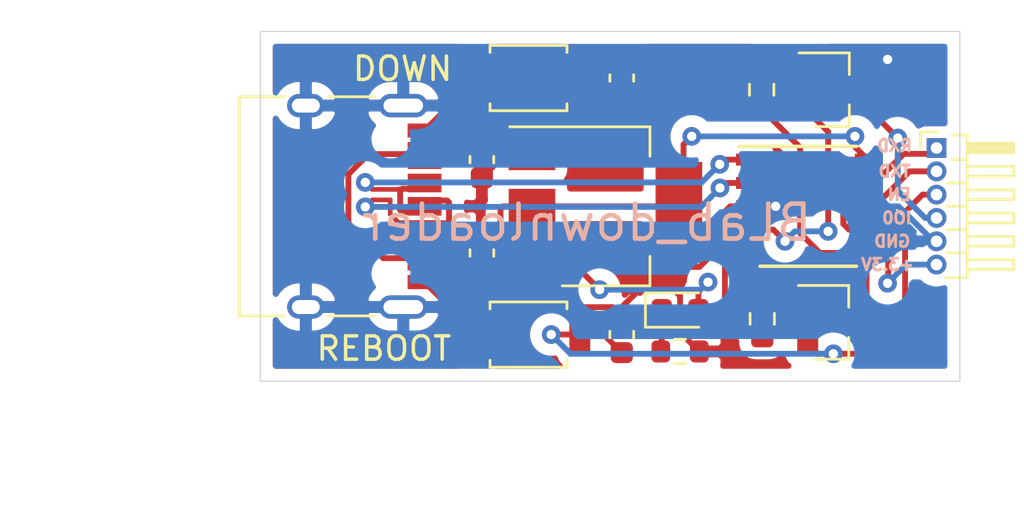
<source format=kicad_pcb>
(kicad_pcb (version 20171130) (host pcbnew "(5.1.8)-1")

  (general
    (thickness 1.6)
    (drawings 15)
    (tracks 173)
    (zones 0)
    (modules 16)
    (nets 20)
  )

  (page A4)
  (layers
    (0 F.Cu signal)
    (31 B.Cu signal)
    (32 B.Adhes user)
    (33 F.Adhes user)
    (34 B.Paste user)
    (35 F.Paste user)
    (36 B.SilkS user)
    (37 F.SilkS user)
    (38 B.Mask user)
    (39 F.Mask user)
    (40 Dwgs.User user)
    (41 Cmts.User user)
    (42 Eco1.User user)
    (43 Eco2.User user)
    (44 Edge.Cuts user)
    (45 Margin user)
    (46 B.CrtYd user)
    (47 F.CrtYd user)
    (48 B.Fab user)
    (49 F.Fab user hide)
  )

  (setup
    (last_trace_width 0.25)
    (trace_clearance 0.2)
    (zone_clearance 0.508)
    (zone_45_only no)
    (trace_min 0.2)
    (via_size 0.8)
    (via_drill 0.4)
    (via_min_size 0.4)
    (via_min_drill 0.3)
    (uvia_size 0.3)
    (uvia_drill 0.1)
    (uvias_allowed no)
    (uvia_min_size 0.2)
    (uvia_min_drill 0.1)
    (edge_width 0.05)
    (segment_width 0.2)
    (pcb_text_width 0.3)
    (pcb_text_size 1.5 1.5)
    (mod_edge_width 0.12)
    (mod_text_size 1 1)
    (mod_text_width 0.15)
    (pad_size 1.524 1.524)
    (pad_drill 0.762)
    (pad_to_mask_clearance 0.05)
    (aux_axis_origin 100 100)
    (visible_elements 7FFFFFFF)
    (pcbplotparams
      (layerselection 0x010fc_ffffffff)
      (usegerberextensions false)
      (usegerberattributes true)
      (usegerberadvancedattributes true)
      (creategerberjobfile true)
      (excludeedgelayer true)
      (linewidth 0.100000)
      (plotframeref false)
      (viasonmask false)
      (mode 1)
      (useauxorigin false)
      (hpglpennumber 1)
      (hpglpenspeed 20)
      (hpglpendiameter 15.000000)
      (psnegative false)
      (psa4output false)
      (plotreference true)
      (plotvalue true)
      (plotinvisibletext false)
      (padsonsilk false)
      (subtractmaskfromsilk false)
      (outputformat 1)
      (mirror false)
      (drillshape 0)
      (scaleselection 1)
      (outputdirectory "gerber"))
  )

  (net 0 "")
  (net 1 GND)
  (net 2 "Net-(J1-PadB8)")
  (net 3 "Net-(J1-PadA5)")
  (net 4 /D-)
  (net 5 /D+)
  (net 6 "Net-(J1-PadA8)")
  (net 7 "Net-(J1-PadB5)")
  (net 8 /IO0)
  (net 9 /DTR)
  (net 10 "Net-(Q1-Pad1)")
  (net 11 /RTS)
  (net 12 /EN)
  (net 13 "Net-(Q2-Pad1)")
  (net 14 +3V3)
  (net 15 "Net-(C1-Pad1)")
  (net 16 /RXD)
  (net 17 /TXD)
  (net 18 "Net-(U2-Pad5)")
  (net 19 "Net-(D1-Pad1)")

  (net_class Default "This is the default net class."
    (clearance 0.2)
    (trace_width 0.25)
    (via_dia 0.8)
    (via_drill 0.4)
    (uvia_dia 0.3)
    (uvia_drill 0.1)
    (add_net +3V3)
    (add_net /D+)
    (add_net /D-)
    (add_net /DTR)
    (add_net /EN)
    (add_net /IO0)
    (add_net /RTS)
    (add_net /RXD)
    (add_net /TXD)
    (add_net GND)
    (add_net "Net-(C1-Pad1)")
    (add_net "Net-(D1-Pad1)")
    (add_net "Net-(J1-PadA5)")
    (add_net "Net-(J1-PadA8)")
    (add_net "Net-(J1-PadB5)")
    (add_net "Net-(J1-PadB8)")
    (add_net "Net-(Q1-Pad1)")
    (add_net "Net-(Q2-Pad1)")
    (add_net "Net-(U2-Pad5)")
  )

  (module Resistor_SMD:R_0603_1608Metric (layer F.Cu) (tedit 5F68FEEE) (tstamp 5FEAAB68)
    (at 118 98.725)
    (descr "Resistor SMD 0603 (1608 Metric), square (rectangular) end terminal, IPC_7351 nominal, (Body size source: IPC-SM-782 page 72, https://www.pcb-3d.com/wordpress/wp-content/uploads/ipc-sm-782a_amendment_1_and_2.pdf), generated with kicad-footprint-generator")
    (tags resistor)
    (path /5FEBF2CF)
    (attr smd)
    (fp_text reference R1 (at 0 -1.43) (layer F.SilkS) hide
      (effects (font (size 1 1) (thickness 0.15)))
    )
    (fp_text value 470 (at 0 1.43) (layer F.Fab)
      (effects (font (size 1 1) (thickness 0.15)))
    )
    (fp_line (start 1.48 0.73) (end -1.48 0.73) (layer F.CrtYd) (width 0.05))
    (fp_line (start 1.48 -0.73) (end 1.48 0.73) (layer F.CrtYd) (width 0.05))
    (fp_line (start -1.48 -0.73) (end 1.48 -0.73) (layer F.CrtYd) (width 0.05))
    (fp_line (start -1.48 0.73) (end -1.48 -0.73) (layer F.CrtYd) (width 0.05))
    (fp_line (start -0.237258 0.5225) (end 0.237258 0.5225) (layer F.SilkS) (width 0.12))
    (fp_line (start -0.237258 -0.5225) (end 0.237258 -0.5225) (layer F.SilkS) (width 0.12))
    (fp_line (start 0.8 0.4125) (end -0.8 0.4125) (layer F.Fab) (width 0.1))
    (fp_line (start 0.8 -0.4125) (end 0.8 0.4125) (layer F.Fab) (width 0.1))
    (fp_line (start -0.8 -0.4125) (end 0.8 -0.4125) (layer F.Fab) (width 0.1))
    (fp_line (start -0.8 0.4125) (end -0.8 -0.4125) (layer F.Fab) (width 0.1))
    (fp_text user %R (at 0 0) (layer F.Fab)
      (effects (font (size 0.4 0.4) (thickness 0.06)))
    )
    (pad 2 smd roundrect (at 0.825 0) (size 0.8 0.95) (layers F.Cu F.Paste F.Mask) (roundrect_rratio 0.25)
      (net 1 GND))
    (pad 1 smd roundrect (at -0.825 0) (size 0.8 0.95) (layers F.Cu F.Paste F.Mask) (roundrect_rratio 0.25)
      (net 19 "Net-(D1-Pad1)"))
    (model ${KISYS3DMOD}/Resistor_SMD.3dshapes/R_0603_1608Metric.wrl
      (at (xyz 0 0 0))
      (scale (xyz 1 1 1))
      (rotate (xyz 0 0 0))
    )
  )

  (module Diode_SMD:D_0603_1608Metric (layer F.Cu) (tedit 5F68FEF0) (tstamp 5FEAAA0D)
    (at 118 96.95)
    (descr "Diode SMD 0603 (1608 Metric), square (rectangular) end terminal, IPC_7351 nominal, (Body size source: http://www.tortai-tech.com/upload/download/2011102023233369053.pdf), generated with kicad-footprint-generator")
    (tags diode)
    (path /5FEBD8A3)
    (attr smd)
    (fp_text reference D1 (at 0 -1.43) (layer F.SilkS) hide
      (effects (font (size 1 1) (thickness 0.15)))
    )
    (fp_text value LED (at 0 1.43) (layer F.Fab)
      (effects (font (size 1 1) (thickness 0.15)))
    )
    (fp_line (start 1.48 0.73) (end -1.48 0.73) (layer F.CrtYd) (width 0.05))
    (fp_line (start 1.48 -0.73) (end 1.48 0.73) (layer F.CrtYd) (width 0.05))
    (fp_line (start -1.48 -0.73) (end 1.48 -0.73) (layer F.CrtYd) (width 0.05))
    (fp_line (start -1.48 0.73) (end -1.48 -0.73) (layer F.CrtYd) (width 0.05))
    (fp_line (start -1.485 0.735) (end 0.8 0.735) (layer F.SilkS) (width 0.12))
    (fp_line (start -1.485 -0.735) (end -1.485 0.735) (layer F.SilkS) (width 0.12))
    (fp_line (start 0.8 -0.735) (end -1.485 -0.735) (layer F.SilkS) (width 0.12))
    (fp_line (start 0.8 0.4) (end 0.8 -0.4) (layer F.Fab) (width 0.1))
    (fp_line (start -0.8 0.4) (end 0.8 0.4) (layer F.Fab) (width 0.1))
    (fp_line (start -0.8 -0.1) (end -0.8 0.4) (layer F.Fab) (width 0.1))
    (fp_line (start -0.5 -0.4) (end -0.8 -0.1) (layer F.Fab) (width 0.1))
    (fp_line (start 0.8 -0.4) (end -0.5 -0.4) (layer F.Fab) (width 0.1))
    (fp_text user %R (at 0 0) (layer F.Fab)
      (effects (font (size 0.4 0.4) (thickness 0.06)))
    )
    (pad 2 smd roundrect (at 0.7875 0) (size 0.875 0.95) (layers F.Cu F.Paste F.Mask) (roundrect_rratio 0.25)
      (net 15 "Net-(C1-Pad1)"))
    (pad 1 smd roundrect (at -0.7875 0) (size 0.875 0.95) (layers F.Cu F.Paste F.Mask) (roundrect_rratio 0.25)
      (net 19 "Net-(D1-Pad1)"))
    (model ${KISYS3DMOD}/Diode_SMD.3dshapes/D_0603_1608Metric.wrl
      (at (xyz 0 0 0))
      (scale (xyz 1 1 1))
      (rotate (xyz 0 0 0))
    )
  )

  (module Package_SO:SSOP-10_3.9x4.9mm_P1.00mm (layer F.Cu) (tedit 5AB07CF5) (tstamp 5FE78246)
    (at 123.5 92.5)
    (descr "10-Lead SSOP, 3.9 x 4.9mm body, 1.00mm pitch (http://www.st.com/resource/en/datasheet/viper01.pdf)")
    (tags "SSOP 3.9 4.9 1.00")
    (path /5FEC4F6A)
    (attr smd)
    (fp_text reference U2 (at 0 -0.5) (layer F.SilkS) hide
      (effects (font (size 1 1) (thickness 0.15)))
    )
    (fp_text value ch340k (at 0 3.5) (layer F.Fab)
      (effects (font (size 1 1) (thickness 0.15)))
    )
    (fp_line (start -2.07 2.57) (end 2.07 2.57) (layer F.SilkS) (width 0.15))
    (fp_line (start -3 -2.57) (end 2.07 -2.57) (layer F.SilkS) (width 0.15))
    (fp_line (start -3.35 2.7) (end 3.35 2.7) (layer F.CrtYd) (width 0.05))
    (fp_line (start -3.35 -2.7) (end 3.35 -2.7) (layer F.CrtYd) (width 0.05))
    (fp_line (start 3.35 -2.7) (end 3.35 2.7) (layer F.CrtYd) (width 0.05))
    (fp_line (start -3.35 -2.7) (end -3.35 2.7) (layer F.CrtYd) (width 0.05))
    (fp_line (start -1.95 -1.45) (end -0.95 -2.45) (layer F.Fab) (width 0.1))
    (fp_line (start -1.95 2.45) (end -1.95 -1.45) (layer F.Fab) (width 0.1))
    (fp_line (start 1.95 2.45) (end -1.95 2.45) (layer F.Fab) (width 0.1))
    (fp_line (start 1.95 -2.45) (end 1.95 2.45) (layer F.Fab) (width 0.1))
    (fp_line (start -0.95 -2.45) (end 1.95 -2.45) (layer F.Fab) (width 0.1))
    (fp_text user %R (at 0 0) (layer F.Fab)
      (effects (font (size 1 1) (thickness 0.15)))
    )
    (pad 10 smd rect (at 2.55 -2) (size 1.1 0.51) (layers F.Cu F.Paste F.Mask)
      (net 14 +3V3))
    (pad 9 smd rect (at 2.55 -1) (size 1.1 0.51) (layers F.Cu F.Paste F.Mask)
      (net 16 /RXD))
    (pad 5 smd rect (at -2.55 2) (size 1.1 0.51) (layers F.Cu F.Paste F.Mask)
      (net 18 "Net-(U2-Pad5)"))
    (pad 8 smd rect (at 2.55 0) (size 1.1 0.51) (layers F.Cu F.Paste F.Mask)
      (net 17 /TXD))
    (pad 7 smd rect (at 2.55 1) (size 1.1 0.51) (layers F.Cu F.Paste F.Mask)
      (net 14 +3V3))
    (pad 6 smd rect (at 2.55 2) (size 1.1 0.51) (layers F.Cu F.Paste F.Mask)
      (net 11 /RTS))
    (pad 4 smd rect (at -2.55 1) (size 1.1 0.51) (layers F.Cu F.Paste F.Mask)
      (net 9 /DTR))
    (pad 3 smd rect (at -2.55 0) (size 1.1 0.51) (layers F.Cu F.Paste F.Mask)
      (net 1 GND))
    (pad 2 smd rect (at -2.55 -1) (size 1.1 0.51) (layers F.Cu F.Paste F.Mask)
      (net 5 /D+))
    (pad 1 smd rect (at -2.55 -2) (size 1.1 0.51) (layers F.Cu F.Paste F.Mask)
      (net 4 /D-))
    (model ${KISYS3DMOD}/Package_SO.3dshapes/SSOP-10_3.9x4.9mm_P1.00mm.wrl
      (at (xyz 0 0 0))
      (scale (xyz 1 1 1))
      (rotate (xyz 0 0 0))
    )
  )

  (module Package_TO_SOT_SMD:SOT-223-3_TabPin2 (layer F.Cu) (tedit 5A02FF57) (tstamp 5FE77284)
    (at 114.8 92.5)
    (descr "module CMS SOT223 4 pins")
    (tags "CMS SOT")
    (path /5FDD8714)
    (attr smd)
    (fp_text reference U1 (at 0 0) (layer F.SilkS) hide
      (effects (font (size 1 1) (thickness 0.15)))
    )
    (fp_text value AMS1117-3.3 (at 0 4.5) (layer F.Fab)
      (effects (font (size 1 1) (thickness 0.15)))
    )
    (fp_line (start 1.91 3.41) (end 1.91 2.15) (layer F.SilkS) (width 0.12))
    (fp_line (start 1.91 -3.41) (end 1.91 -2.15) (layer F.SilkS) (width 0.12))
    (fp_line (start 4.4 -3.6) (end -4.4 -3.6) (layer F.CrtYd) (width 0.05))
    (fp_line (start 4.4 3.6) (end 4.4 -3.6) (layer F.CrtYd) (width 0.05))
    (fp_line (start -4.4 3.6) (end 4.4 3.6) (layer F.CrtYd) (width 0.05))
    (fp_line (start -4.4 -3.6) (end -4.4 3.6) (layer F.CrtYd) (width 0.05))
    (fp_line (start -1.85 -2.35) (end -0.85 -3.35) (layer F.Fab) (width 0.1))
    (fp_line (start -1.85 -2.35) (end -1.85 3.35) (layer F.Fab) (width 0.1))
    (fp_line (start -1.85 3.41) (end 1.91 3.41) (layer F.SilkS) (width 0.12))
    (fp_line (start -0.85 -3.35) (end 1.85 -3.35) (layer F.Fab) (width 0.1))
    (fp_line (start -4.1 -3.41) (end 1.91 -3.41) (layer F.SilkS) (width 0.12))
    (fp_line (start -1.85 3.35) (end 1.85 3.35) (layer F.Fab) (width 0.1))
    (fp_line (start 1.85 -3.35) (end 1.85 3.35) (layer F.Fab) (width 0.1))
    (fp_text user %R (at 0 0 90) (layer F.Fab)
      (effects (font (size 0.8 0.8) (thickness 0.12)))
    )
    (pad 1 smd rect (at -3.15 -2.3) (size 2 1.5) (layers F.Cu F.Paste F.Mask)
      (net 1 GND))
    (pad 3 smd rect (at -3.15 2.3) (size 2 1.5) (layers F.Cu F.Paste F.Mask)
      (net 15 "Net-(C1-Pad1)"))
    (pad 2 smd rect (at -3.15 0) (size 2 1.5) (layers F.Cu F.Paste F.Mask)
      (net 14 +3V3))
    (pad 2 smd rect (at 3.15 0) (size 2 3.8) (layers F.Cu F.Paste F.Mask)
      (net 14 +3V3))
    (model ${KISYS3DMOD}/Package_TO_SOT_SMD.3dshapes/SOT-223.wrl
      (at (xyz 0 0 0))
      (scale (xyz 1 1 1))
      (rotate (xyz 0 0 0))
    )
  )

  (module my:bt-342 (layer F.Cu) (tedit 5FD0F719) (tstamp 5FE7726E)
    (at 111.5 98)
    (descr "Ultra-small-sized Tactile Switch with High Contact Reliability, Top-actuated Model, without Ground Terminal, without Boss")
    (tags "Tactile Switch")
    (path /5FE5035B)
    (attr smd)
    (fp_text reference SW2 (at 0 3) (layer F.SilkS) hide
      (effects (font (size 1 1) (thickness 0.15)))
    )
    (fp_text value SW_Push (at 0 2.5) (layer F.Fab)
      (effects (font (size 1 1) (thickness 0.15)))
    )
    (fp_circle (center 0 0) (end 0.75 0) (layer F.Fab) (width 0.1))
    (fp_line (start -1.5 1.25) (end -1.5 -1.25) (layer F.Fab) (width 0.1))
    (fp_line (start 1.5 1.25) (end -1.5 1.25) (layer F.Fab) (width 0.1))
    (fp_line (start 1.5 -1.25) (end 1.5 1.25) (layer F.Fab) (width 0.1))
    (fp_line (start -1.5 -1.25) (end 1.5 -1.25) (layer F.Fab) (width 0.1))
    (fp_line (start 1.65 -1.4) (end 1.65 -1.1) (layer F.SilkS) (width 0.12))
    (fp_line (start -1.65 -1.4) (end 1.65 -1.4) (layer F.SilkS) (width 0.12))
    (fp_line (start -1.65 -1.1) (end -1.65 -1.4) (layer F.SilkS) (width 0.12))
    (fp_line (start 1.65 1.4) (end 1.65 1.1) (layer F.SilkS) (width 0.12))
    (fp_line (start -1.65 1.4) (end 1.65 1.4) (layer F.SilkS) (width 0.12))
    (fp_line (start -1.65 1.1) (end -1.65 1.4) (layer F.SilkS) (width 0.12))
    (fp_line (start -2.9 1.65) (end 2.9 1.65) (layer Dwgs.User) (width 0.12))
    (fp_line (start 2.9 1.65) (end 2.9 -1.55) (layer Dwgs.User) (width 0.12))
    (fp_line (start 2.9 -1.55) (end 2.9 -1.65) (layer Dwgs.User) (width 0.12))
    (fp_line (start 2.9 -1.65) (end -2.9 -1.65) (layer Dwgs.User) (width 0.12))
    (fp_line (start -2.9 -1.65) (end -2.9 1.65) (layer Dwgs.User) (width 0.12))
    (fp_text user %R (at 0 -2.5) (layer F.Fab)
      (effects (font (size 1 1) (thickness 0.15)))
    )
    (pad 2 smd rect (at 2.2 0) (size 0.9 1.7) (layers F.Cu F.Paste F.Mask)
      (net 12 /EN))
    (pad 1 smd rect (at -2.2 0) (size 0.9 1.7) (layers F.Cu F.Paste F.Mask)
      (net 1 GND))
    (model ${KISYS3DMOD}/Button_Switch_SMD.3dshapes/SW_SPST_B3U-1000P.wrl
      (at (xyz 0 0 0))
      (scale (xyz 1 1 1))
      (rotate (xyz 0 0 0))
    )
  )

  (module my:bt-342 (layer F.Cu) (tedit 5FD0F719) (tstamp 5FE77257)
    (at 111.5 87)
    (descr "Ultra-small-sized Tactile Switch with High Contact Reliability, Top-actuated Model, without Ground Terminal, without Boss")
    (tags "Tactile Switch")
    (path /5FE45241)
    (attr smd)
    (fp_text reference SW1 (at 0 -2.5) (layer F.SilkS) hide
      (effects (font (size 1 1) (thickness 0.15)))
    )
    (fp_text value SW_Push (at 0 2.5) (layer F.Fab)
      (effects (font (size 1 1) (thickness 0.15)))
    )
    (fp_circle (center 0 0) (end 0.75 0) (layer F.Fab) (width 0.1))
    (fp_line (start -1.5 1.25) (end -1.5 -1.25) (layer F.Fab) (width 0.1))
    (fp_line (start 1.5 1.25) (end -1.5 1.25) (layer F.Fab) (width 0.1))
    (fp_line (start 1.5 -1.25) (end 1.5 1.25) (layer F.Fab) (width 0.1))
    (fp_line (start -1.5 -1.25) (end 1.5 -1.25) (layer F.Fab) (width 0.1))
    (fp_line (start 1.65 -1.4) (end 1.65 -1.1) (layer F.SilkS) (width 0.12))
    (fp_line (start -1.65 -1.4) (end 1.65 -1.4) (layer F.SilkS) (width 0.12))
    (fp_line (start -1.65 -1.1) (end -1.65 -1.4) (layer F.SilkS) (width 0.12))
    (fp_line (start 1.65 1.4) (end 1.65 1.1) (layer F.SilkS) (width 0.12))
    (fp_line (start -1.65 1.4) (end 1.65 1.4) (layer F.SilkS) (width 0.12))
    (fp_line (start -1.65 1.1) (end -1.65 1.4) (layer F.SilkS) (width 0.12))
    (fp_line (start -2.9 1.65) (end 2.9 1.65) (layer Dwgs.User) (width 0.12))
    (fp_line (start 2.9 1.65) (end 2.9 -1.55) (layer Dwgs.User) (width 0.12))
    (fp_line (start 2.9 -1.55) (end 2.9 -1.65) (layer Dwgs.User) (width 0.12))
    (fp_line (start 2.9 -1.65) (end -2.9 -1.65) (layer Dwgs.User) (width 0.12))
    (fp_line (start -2.9 -1.65) (end -2.9 1.65) (layer Dwgs.User) (width 0.12))
    (fp_text user %R (at 0 -2.5) (layer F.Fab)
      (effects (font (size 1 1) (thickness 0.15)))
    )
    (pad 2 smd rect (at 2.2 0) (size 0.9 1.7) (layers F.Cu F.Paste F.Mask)
      (net 8 /IO0))
    (pad 1 smd rect (at -2.2 0) (size 0.9 1.7) (layers F.Cu F.Paste F.Mask)
      (net 1 GND))
    (model ${KISYS3DMOD}/Button_Switch_SMD.3dshapes/SW_SPST_B3U-1000P.wrl
      (at (xyz 0 0 0))
      (scale (xyz 1 1 1))
      (rotate (xyz 0 0 0))
    )
  )

  (module Resistor_SMD:R_0603_1608Metric (layer F.Cu) (tedit 5F68FEEE) (tstamp 5FE77240)
    (at 121.525 97.325 270)
    (descr "Resistor SMD 0603 (1608 Metric), square (rectangular) end terminal, IPC_7351 nominal, (Body size source: IPC-SM-782 page 72, https://www.pcb-3d.com/wordpress/wp-content/uploads/ipc-sm-782a_amendment_1_and_2.pdf), generated with kicad-footprint-generator")
    (tags resistor)
    (path /5FDDC7DD)
    (attr smd)
    (fp_text reference R3 (at 0 -1.43 90) (layer F.SilkS) hide
      (effects (font (size 1 1) (thickness 0.15)))
    )
    (fp_text value 10k (at 0 1.43 90) (layer F.Fab)
      (effects (font (size 1 1) (thickness 0.15)))
    )
    (fp_line (start -0.8 0.4125) (end -0.8 -0.4125) (layer F.Fab) (width 0.1))
    (fp_line (start -0.8 -0.4125) (end 0.8 -0.4125) (layer F.Fab) (width 0.1))
    (fp_line (start 0.8 -0.4125) (end 0.8 0.4125) (layer F.Fab) (width 0.1))
    (fp_line (start 0.8 0.4125) (end -0.8 0.4125) (layer F.Fab) (width 0.1))
    (fp_line (start -0.237258 -0.5225) (end 0.237258 -0.5225) (layer F.SilkS) (width 0.12))
    (fp_line (start -0.237258 0.5225) (end 0.237258 0.5225) (layer F.SilkS) (width 0.12))
    (fp_line (start -1.48 0.73) (end -1.48 -0.73) (layer F.CrtYd) (width 0.05))
    (fp_line (start -1.48 -0.73) (end 1.48 -0.73) (layer F.CrtYd) (width 0.05))
    (fp_line (start 1.48 -0.73) (end 1.48 0.73) (layer F.CrtYd) (width 0.05))
    (fp_line (start 1.48 0.73) (end -1.48 0.73) (layer F.CrtYd) (width 0.05))
    (fp_text user %R (at 0 0 90) (layer F.Fab)
      (effects (font (size 0.4 0.4) (thickness 0.06)))
    )
    (pad 2 smd roundrect (at 0.825 0 270) (size 0.8 0.95) (layers F.Cu F.Paste F.Mask) (roundrect_rratio 0.25)
      (net 9 /DTR))
    (pad 1 smd roundrect (at -0.825 0 270) (size 0.8 0.95) (layers F.Cu F.Paste F.Mask) (roundrect_rratio 0.25)
      (net 13 "Net-(Q2-Pad1)"))
    (model ${KISYS3DMOD}/Resistor_SMD.3dshapes/R_0603_1608Metric.wrl
      (at (xyz 0 0 0))
      (scale (xyz 1 1 1))
      (rotate (xyz 0 0 0))
    )
  )

  (module Resistor_SMD:R_0603_1608Metric (layer F.Cu) (tedit 5F68FEEE) (tstamp 5FE7722F)
    (at 121.5 87.5 270)
    (descr "Resistor SMD 0603 (1608 Metric), square (rectangular) end terminal, IPC_7351 nominal, (Body size source: IPC-SM-782 page 72, https://www.pcb-3d.com/wordpress/wp-content/uploads/ipc-sm-782a_amendment_1_and_2.pdf), generated with kicad-footprint-generator")
    (tags resistor)
    (path /5FDDBE55)
    (attr smd)
    (fp_text reference R2 (at 0 -1.43 90) (layer F.SilkS) hide
      (effects (font (size 1 1) (thickness 0.15)))
    )
    (fp_text value 10k (at 0 1.43 90) (layer F.Fab)
      (effects (font (size 1 1) (thickness 0.15)))
    )
    (fp_line (start -0.8 0.4125) (end -0.8 -0.4125) (layer F.Fab) (width 0.1))
    (fp_line (start -0.8 -0.4125) (end 0.8 -0.4125) (layer F.Fab) (width 0.1))
    (fp_line (start 0.8 -0.4125) (end 0.8 0.4125) (layer F.Fab) (width 0.1))
    (fp_line (start 0.8 0.4125) (end -0.8 0.4125) (layer F.Fab) (width 0.1))
    (fp_line (start -0.237258 -0.5225) (end 0.237258 -0.5225) (layer F.SilkS) (width 0.12))
    (fp_line (start -0.237258 0.5225) (end 0.237258 0.5225) (layer F.SilkS) (width 0.12))
    (fp_line (start -1.48 0.73) (end -1.48 -0.73) (layer F.CrtYd) (width 0.05))
    (fp_line (start -1.48 -0.73) (end 1.48 -0.73) (layer F.CrtYd) (width 0.05))
    (fp_line (start 1.48 -0.73) (end 1.48 0.73) (layer F.CrtYd) (width 0.05))
    (fp_line (start 1.48 0.73) (end -1.48 0.73) (layer F.CrtYd) (width 0.05))
    (fp_text user %R (at 0 0 90) (layer F.Fab)
      (effects (font (size 0.4 0.4) (thickness 0.06)))
    )
    (pad 2 smd roundrect (at 0.825 0 270) (size 0.8 0.95) (layers F.Cu F.Paste F.Mask) (roundrect_rratio 0.25)
      (net 11 /RTS))
    (pad 1 smd roundrect (at -0.825 0 270) (size 0.8 0.95) (layers F.Cu F.Paste F.Mask) (roundrect_rratio 0.25)
      (net 10 "Net-(Q1-Pad1)"))
    (model ${KISYS3DMOD}/Resistor_SMD.3dshapes/R_0603_1608Metric.wrl
      (at (xyz 0 0 0))
      (scale (xyz 1 1 1))
      (rotate (xyz 0 0 0))
    )
  )

  (module Package_TO_SOT_SMD:SOT-23 (layer F.Cu) (tedit 5A02FF57) (tstamp 5FE7721E)
    (at 124.475 97.475)
    (descr "SOT-23, Standard")
    (tags SOT-23)
    (path /5FE3DC3A)
    (attr smd)
    (fp_text reference Q2 (at 0 -2.5) (layer F.SilkS) hide
      (effects (font (size 1 1) (thickness 0.15)))
    )
    (fp_text value SS8050-G (at 0 2.5) (layer F.Fab)
      (effects (font (size 1 1) (thickness 0.15)))
    )
    (fp_line (start -0.7 -0.95) (end -0.7 1.5) (layer F.Fab) (width 0.1))
    (fp_line (start -0.15 -1.52) (end 0.7 -1.52) (layer F.Fab) (width 0.1))
    (fp_line (start -0.7 -0.95) (end -0.15 -1.52) (layer F.Fab) (width 0.1))
    (fp_line (start 0.7 -1.52) (end 0.7 1.52) (layer F.Fab) (width 0.1))
    (fp_line (start -0.7 1.52) (end 0.7 1.52) (layer F.Fab) (width 0.1))
    (fp_line (start 0.76 1.58) (end 0.76 0.65) (layer F.SilkS) (width 0.12))
    (fp_line (start 0.76 -1.58) (end 0.76 -0.65) (layer F.SilkS) (width 0.12))
    (fp_line (start -1.7 -1.75) (end 1.7 -1.75) (layer F.CrtYd) (width 0.05))
    (fp_line (start 1.7 -1.75) (end 1.7 1.75) (layer F.CrtYd) (width 0.05))
    (fp_line (start 1.7 1.75) (end -1.7 1.75) (layer F.CrtYd) (width 0.05))
    (fp_line (start -1.7 1.75) (end -1.7 -1.75) (layer F.CrtYd) (width 0.05))
    (fp_line (start 0.76 -1.58) (end -1.4 -1.58) (layer F.SilkS) (width 0.12))
    (fp_line (start 0.76 1.58) (end -0.7 1.58) (layer F.SilkS) (width 0.12))
    (fp_text user %R (at 0 0 90) (layer F.Fab)
      (effects (font (size 0.5 0.5) (thickness 0.075)))
    )
    (pad 3 smd rect (at 1 0) (size 0.9 0.8) (layers F.Cu F.Paste F.Mask)
      (net 11 /RTS))
    (pad 2 smd rect (at -1 0.95) (size 0.9 0.8) (layers F.Cu F.Paste F.Mask)
      (net 12 /EN))
    (pad 1 smd rect (at -1 -0.95) (size 0.9 0.8) (layers F.Cu F.Paste F.Mask)
      (net 13 "Net-(Q2-Pad1)"))
    (model ${KISYS3DMOD}/Package_TO_SOT_SMD.3dshapes/SOT-23.wrl
      (at (xyz 0 0 0))
      (scale (xyz 1 1 1))
      (rotate (xyz 0 0 0))
    )
  )

  (module Package_TO_SOT_SMD:SOT-23 (layer F.Cu) (tedit 5A02FF57) (tstamp 5FE77209)
    (at 124.5 87.5)
    (descr "SOT-23, Standard")
    (tags SOT-23)
    (path /5FE3C9EF)
    (attr smd)
    (fp_text reference Q1 (at 0 -2.5) (layer F.SilkS) hide
      (effects (font (size 1 1) (thickness 0.15)))
    )
    (fp_text value SS8050-G (at 0 2.5) (layer F.Fab)
      (effects (font (size 1 1) (thickness 0.15)))
    )
    (fp_line (start -0.7 -0.95) (end -0.7 1.5) (layer F.Fab) (width 0.1))
    (fp_line (start -0.15 -1.52) (end 0.7 -1.52) (layer F.Fab) (width 0.1))
    (fp_line (start -0.7 -0.95) (end -0.15 -1.52) (layer F.Fab) (width 0.1))
    (fp_line (start 0.7 -1.52) (end 0.7 1.52) (layer F.Fab) (width 0.1))
    (fp_line (start -0.7 1.52) (end 0.7 1.52) (layer F.Fab) (width 0.1))
    (fp_line (start 0.76 1.58) (end 0.76 0.65) (layer F.SilkS) (width 0.12))
    (fp_line (start 0.76 -1.58) (end 0.76 -0.65) (layer F.SilkS) (width 0.12))
    (fp_line (start -1.7 -1.75) (end 1.7 -1.75) (layer F.CrtYd) (width 0.05))
    (fp_line (start 1.7 -1.75) (end 1.7 1.75) (layer F.CrtYd) (width 0.05))
    (fp_line (start 1.7 1.75) (end -1.7 1.75) (layer F.CrtYd) (width 0.05))
    (fp_line (start -1.7 1.75) (end -1.7 -1.75) (layer F.CrtYd) (width 0.05))
    (fp_line (start 0.76 -1.58) (end -1.4 -1.58) (layer F.SilkS) (width 0.12))
    (fp_line (start 0.76 1.58) (end -0.7 1.58) (layer F.SilkS) (width 0.12))
    (fp_text user %R (at 0 0 90) (layer F.Fab)
      (effects (font (size 0.5 0.5) (thickness 0.075)))
    )
    (pad 3 smd rect (at 1 0) (size 0.9 0.8) (layers F.Cu F.Paste F.Mask)
      (net 8 /IO0))
    (pad 2 smd rect (at -1 0.95) (size 0.9 0.8) (layers F.Cu F.Paste F.Mask)
      (net 9 /DTR))
    (pad 1 smd rect (at -1 -0.95) (size 0.9 0.8) (layers F.Cu F.Paste F.Mask)
      (net 10 "Net-(Q1-Pad1)"))
    (model ${KISYS3DMOD}/Package_TO_SOT_SMD.3dshapes/SOT-23.wrl
      (at (xyz 0 0 0))
      (scale (xyz 1 1 1))
      (rotate (xyz 0 0 0))
    )
  )

  (module Connector_PinHeader_1.00mm:PinHeader_1x06_P1.00mm_Horizontal (layer F.Cu) (tedit 59FED737) (tstamp 5FE771F4)
    (at 129 90)
    (descr "Through hole angled pin header, 1x06, 1.00mm pitch, 2.0mm pin length, single row")
    (tags "Through hole angled pin header THT 1x06 1.00mm single row")
    (path /5FDDBFA0)
    (fp_text reference J2 (at 1.375 -1.5) (layer F.SilkS) hide
      (effects (font (size 1 1) (thickness 0.15)))
    )
    (fp_text value Conn_01x06_Female (at 1.375 6.5) (layer F.Fab)
      (effects (font (size 1 1) (thickness 0.15)))
    )
    (fp_line (start 0.5 -0.5) (end 1.25 -0.5) (layer F.Fab) (width 0.1))
    (fp_line (start 1.25 -0.5) (end 1.25 5.5) (layer F.Fab) (width 0.1))
    (fp_line (start 1.25 5.5) (end 0.25 5.5) (layer F.Fab) (width 0.1))
    (fp_line (start 0.25 5.5) (end 0.25 -0.25) (layer F.Fab) (width 0.1))
    (fp_line (start 0.25 -0.25) (end 0.5 -0.5) (layer F.Fab) (width 0.1))
    (fp_line (start -0.15 -0.15) (end 0.25 -0.15) (layer F.Fab) (width 0.1))
    (fp_line (start -0.15 -0.15) (end -0.15 0.15) (layer F.Fab) (width 0.1))
    (fp_line (start -0.15 0.15) (end 0.25 0.15) (layer F.Fab) (width 0.1))
    (fp_line (start 1.25 -0.15) (end 3.25 -0.15) (layer F.Fab) (width 0.1))
    (fp_line (start 3.25 -0.15) (end 3.25 0.15) (layer F.Fab) (width 0.1))
    (fp_line (start 1.25 0.15) (end 3.25 0.15) (layer F.Fab) (width 0.1))
    (fp_line (start -0.15 0.85) (end 0.25 0.85) (layer F.Fab) (width 0.1))
    (fp_line (start -0.15 0.85) (end -0.15 1.15) (layer F.Fab) (width 0.1))
    (fp_line (start -0.15 1.15) (end 0.25 1.15) (layer F.Fab) (width 0.1))
    (fp_line (start 1.25 0.85) (end 3.25 0.85) (layer F.Fab) (width 0.1))
    (fp_line (start 3.25 0.85) (end 3.25 1.15) (layer F.Fab) (width 0.1))
    (fp_line (start 1.25 1.15) (end 3.25 1.15) (layer F.Fab) (width 0.1))
    (fp_line (start -0.15 1.85) (end 0.25 1.85) (layer F.Fab) (width 0.1))
    (fp_line (start -0.15 1.85) (end -0.15 2.15) (layer F.Fab) (width 0.1))
    (fp_line (start -0.15 2.15) (end 0.25 2.15) (layer F.Fab) (width 0.1))
    (fp_line (start 1.25 1.85) (end 3.25 1.85) (layer F.Fab) (width 0.1))
    (fp_line (start 3.25 1.85) (end 3.25 2.15) (layer F.Fab) (width 0.1))
    (fp_line (start 1.25 2.15) (end 3.25 2.15) (layer F.Fab) (width 0.1))
    (fp_line (start -0.15 2.85) (end 0.25 2.85) (layer F.Fab) (width 0.1))
    (fp_line (start -0.15 2.85) (end -0.15 3.15) (layer F.Fab) (width 0.1))
    (fp_line (start -0.15 3.15) (end 0.25 3.15) (layer F.Fab) (width 0.1))
    (fp_line (start 1.25 2.85) (end 3.25 2.85) (layer F.Fab) (width 0.1))
    (fp_line (start 3.25 2.85) (end 3.25 3.15) (layer F.Fab) (width 0.1))
    (fp_line (start 1.25 3.15) (end 3.25 3.15) (layer F.Fab) (width 0.1))
    (fp_line (start -0.15 3.85) (end 0.25 3.85) (layer F.Fab) (width 0.1))
    (fp_line (start -0.15 3.85) (end -0.15 4.15) (layer F.Fab) (width 0.1))
    (fp_line (start -0.15 4.15) (end 0.25 4.15) (layer F.Fab) (width 0.1))
    (fp_line (start 1.25 3.85) (end 3.25 3.85) (layer F.Fab) (width 0.1))
    (fp_line (start 3.25 3.85) (end 3.25 4.15) (layer F.Fab) (width 0.1))
    (fp_line (start 1.25 4.15) (end 3.25 4.15) (layer F.Fab) (width 0.1))
    (fp_line (start -0.15 4.85) (end 0.25 4.85) (layer F.Fab) (width 0.1))
    (fp_line (start -0.15 4.85) (end -0.15 5.15) (layer F.Fab) (width 0.1))
    (fp_line (start -0.15 5.15) (end 0.25 5.15) (layer F.Fab) (width 0.1))
    (fp_line (start 1.25 4.85) (end 3.25 4.85) (layer F.Fab) (width 0.1))
    (fp_line (start 3.25 4.85) (end 3.25 5.15) (layer F.Fab) (width 0.1))
    (fp_line (start 1.25 5.15) (end 3.25 5.15) (layer F.Fab) (width 0.1))
    (fp_line (start 0.685 -0.56) (end 1.31 -0.56) (layer F.SilkS) (width 0.12))
    (fp_line (start 1.31 -0.56) (end 1.31 5.56) (layer F.SilkS) (width 0.12))
    (fp_line (start 1.31 5.56) (end 0.394493 5.56) (layer F.SilkS) (width 0.12))
    (fp_line (start 1.31 -0.21) (end 3.31 -0.21) (layer F.SilkS) (width 0.12))
    (fp_line (start 3.31 -0.21) (end 3.31 0.21) (layer F.SilkS) (width 0.12))
    (fp_line (start 3.31 0.21) (end 1.31 0.21) (layer F.SilkS) (width 0.12))
    (fp_line (start 1.31 -0.15) (end 3.31 -0.15) (layer F.SilkS) (width 0.12))
    (fp_line (start 1.31 -0.03) (end 3.31 -0.03) (layer F.SilkS) (width 0.12))
    (fp_line (start 1.31 0.09) (end 3.31 0.09) (layer F.SilkS) (width 0.12))
    (fp_line (start 0.685 0.5) (end 1.31 0.5) (layer F.SilkS) (width 0.12))
    (fp_line (start 1.31 0.79) (end 3.31 0.79) (layer F.SilkS) (width 0.12))
    (fp_line (start 3.31 0.79) (end 3.31 1.21) (layer F.SilkS) (width 0.12))
    (fp_line (start 3.31 1.21) (end 1.31 1.21) (layer F.SilkS) (width 0.12))
    (fp_line (start 0.468215 1.5) (end 1.31 1.5) (layer F.SilkS) (width 0.12))
    (fp_line (start 1.31 1.79) (end 3.31 1.79) (layer F.SilkS) (width 0.12))
    (fp_line (start 3.31 1.79) (end 3.31 2.21) (layer F.SilkS) (width 0.12))
    (fp_line (start 3.31 2.21) (end 1.31 2.21) (layer F.SilkS) (width 0.12))
    (fp_line (start 0.468215 2.5) (end 1.31 2.5) (layer F.SilkS) (width 0.12))
    (fp_line (start 1.31 2.79) (end 3.31 2.79) (layer F.SilkS) (width 0.12))
    (fp_line (start 3.31 2.79) (end 3.31 3.21) (layer F.SilkS) (width 0.12))
    (fp_line (start 3.31 3.21) (end 1.31 3.21) (layer F.SilkS) (width 0.12))
    (fp_line (start 0.468215 3.5) (end 1.31 3.5) (layer F.SilkS) (width 0.12))
    (fp_line (start 1.31 3.79) (end 3.31 3.79) (layer F.SilkS) (width 0.12))
    (fp_line (start 3.31 3.79) (end 3.31 4.21) (layer F.SilkS) (width 0.12))
    (fp_line (start 3.31 4.21) (end 1.31 4.21) (layer F.SilkS) (width 0.12))
    (fp_line (start 0.468215 4.5) (end 1.31 4.5) (layer F.SilkS) (width 0.12))
    (fp_line (start 1.31 4.79) (end 3.31 4.79) (layer F.SilkS) (width 0.12))
    (fp_line (start 3.31 4.79) (end 3.31 5.21) (layer F.SilkS) (width 0.12))
    (fp_line (start 3.31 5.21) (end 1.31 5.21) (layer F.SilkS) (width 0.12))
    (fp_line (start -0.685 0) (end -0.685 -0.685) (layer F.SilkS) (width 0.12))
    (fp_line (start -0.685 -0.685) (end 0 -0.685) (layer F.SilkS) (width 0.12))
    (fp_line (start -1 -1) (end -1 6) (layer F.CrtYd) (width 0.05))
    (fp_line (start -1 6) (end 3.75 6) (layer F.CrtYd) (width 0.05))
    (fp_line (start 3.75 6) (end 3.75 -1) (layer F.CrtYd) (width 0.05))
    (fp_line (start 3.75 -1) (end -1 -1) (layer F.CrtYd) (width 0.05))
    (fp_text user %R (at 0.75 2.5 90) (layer F.Fab)
      (effects (font (size 0.6 0.6) (thickness 0.09)))
    )
    (pad 6 thru_hole oval (at 0 5) (size 0.85 0.85) (drill 0.5) (layers *.Cu *.Mask)
      (net 14 +3V3))
    (pad 5 thru_hole oval (at 0 4) (size 0.85 0.85) (drill 0.5) (layers *.Cu *.Mask)
      (net 1 GND))
    (pad 4 thru_hole oval (at 0 3) (size 0.85 0.85) (drill 0.5) (layers *.Cu *.Mask)
      (net 8 /IO0))
    (pad 3 thru_hole oval (at 0 2) (size 0.85 0.85) (drill 0.5) (layers *.Cu *.Mask)
      (net 12 /EN))
    (pad 2 thru_hole oval (at 0 1) (size 0.85 0.85) (drill 0.5) (layers *.Cu *.Mask)
      (net 17 /TXD))
    (pad 1 thru_hole rect (at 0 0) (size 0.85 0.85) (drill 0.5) (layers *.Cu *.Mask)
      (net 16 /RXD))
    (model ${KISYS3DMOD}/Connector_PinHeader_1.00mm.3dshapes/PinHeader_1x06_P1.00mm_Horizontal.wrl
      (at (xyz 0 0 0))
      (scale (xyz 1 1 1))
      (rotate (xyz 0 0 0))
    )
  )

  (module Connector_USB:USB_C_Receptacle_HRO_TYPE-C-31-M-12 (layer F.Cu) (tedit 5D3C0721) (tstamp 5FE7719D)
    (at 103 92.5 270)
    (descr "USB Type-C receptacle for USB 2.0 and PD, http://www.krhro.com/uploads/soft/180320/1-1P320120243.pdf")
    (tags "usb usb-c 2.0 pd")
    (path /5FDD8525)
    (attr smd)
    (fp_text reference J1 (at 0 -0.5 90) (layer F.SilkS) hide
      (effects (font (size 1 1) (thickness 0.15)))
    )
    (fp_text value USB_C_Receptacle_USB2.0 (at 0 5.1 90) (layer F.Fab)
      (effects (font (size 1 1) (thickness 0.15)))
    )
    (fp_line (start -4.7 2) (end -4.7 3.9) (layer F.SilkS) (width 0.12))
    (fp_line (start -4.7 -1.9) (end -4.7 0.1) (layer F.SilkS) (width 0.12))
    (fp_line (start 4.7 2) (end 4.7 3.9) (layer F.SilkS) (width 0.12))
    (fp_line (start 4.7 -1.9) (end 4.7 0.1) (layer F.SilkS) (width 0.12))
    (fp_line (start 5.32 -5.27) (end 5.32 4.15) (layer F.CrtYd) (width 0.05))
    (fp_line (start -5.32 -5.27) (end -5.32 4.15) (layer F.CrtYd) (width 0.05))
    (fp_line (start -5.32 4.15) (end 5.32 4.15) (layer F.CrtYd) (width 0.05))
    (fp_line (start -5.32 -5.27) (end 5.32 -5.27) (layer F.CrtYd) (width 0.05))
    (fp_line (start 4.47 -3.65) (end 4.47 3.65) (layer F.Fab) (width 0.1))
    (fp_line (start -4.47 3.65) (end 4.47 3.65) (layer F.Fab) (width 0.1))
    (fp_line (start -4.47 -3.65) (end -4.47 3.65) (layer F.Fab) (width 0.1))
    (fp_line (start -4.47 -3.65) (end 4.47 -3.65) (layer F.Fab) (width 0.1))
    (fp_line (start -4.7 3.9) (end 4.7 3.9) (layer F.SilkS) (width 0.12))
    (fp_text user %R (at 0 0 90) (layer F.Fab)
      (effects (font (size 1 1) (thickness 0.15)))
    )
    (pad B1 smd rect (at 3.25 -4.045 270) (size 0.6 1.45) (layers F.Cu F.Paste F.Mask)
      (net 1 GND))
    (pad A9 smd rect (at 2.45 -4.045 270) (size 0.6 1.45) (layers F.Cu F.Paste F.Mask)
      (net 15 "Net-(C1-Pad1)"))
    (pad B9 smd rect (at -2.45 -4.045 270) (size 0.6 1.45) (layers F.Cu F.Paste F.Mask)
      (net 15 "Net-(C1-Pad1)"))
    (pad B12 smd rect (at -3.25 -4.045 270) (size 0.6 1.45) (layers F.Cu F.Paste F.Mask)
      (net 1 GND))
    (pad A1 smd rect (at -3.25 -4.045 270) (size 0.6 1.45) (layers F.Cu F.Paste F.Mask)
      (net 1 GND))
    (pad A4 smd rect (at -2.45 -4.045 270) (size 0.6 1.45) (layers F.Cu F.Paste F.Mask)
      (net 15 "Net-(C1-Pad1)"))
    (pad B4 smd rect (at 2.45 -4.045 270) (size 0.6 1.45) (layers F.Cu F.Paste F.Mask)
      (net 15 "Net-(C1-Pad1)"))
    (pad A12 smd rect (at 3.25 -4.045 270) (size 0.6 1.45) (layers F.Cu F.Paste F.Mask)
      (net 1 GND))
    (pad B8 smd rect (at -1.75 -4.045 270) (size 0.3 1.45) (layers F.Cu F.Paste F.Mask)
      (net 2 "Net-(J1-PadB8)"))
    (pad A5 smd rect (at -1.25 -4.045 270) (size 0.3 1.45) (layers F.Cu F.Paste F.Mask)
      (net 3 "Net-(J1-PadA5)"))
    (pad B7 smd rect (at -0.75 -4.045 270) (size 0.3 1.45) (layers F.Cu F.Paste F.Mask)
      (net 4 /D-))
    (pad A7 smd rect (at 0.25 -4.045 270) (size 0.3 1.45) (layers F.Cu F.Paste F.Mask)
      (net 4 /D-))
    (pad B6 smd rect (at 0.75 -4.045 270) (size 0.3 1.45) (layers F.Cu F.Paste F.Mask)
      (net 5 /D+))
    (pad A8 smd rect (at 1.25 -4.045 270) (size 0.3 1.45) (layers F.Cu F.Paste F.Mask)
      (net 6 "Net-(J1-PadA8)"))
    (pad B5 smd rect (at 1.75 -4.045 270) (size 0.3 1.45) (layers F.Cu F.Paste F.Mask)
      (net 7 "Net-(J1-PadB5)"))
    (pad A6 smd rect (at -0.25 -4.045 270) (size 0.3 1.45) (layers F.Cu F.Paste F.Mask)
      (net 5 /D+))
    (pad S1 thru_hole oval (at 4.32 -3.13 270) (size 1 2.1) (drill oval 0.6 1.7) (layers *.Cu *.Mask)
      (net 1 GND))
    (pad S1 thru_hole oval (at -4.32 -3.13 270) (size 1 2.1) (drill oval 0.6 1.7) (layers *.Cu *.Mask)
      (net 1 GND))
    (pad "" np_thru_hole circle (at -2.89 -2.6 270) (size 0.65 0.65) (drill 0.65) (layers *.Cu *.Mask))
    (pad S1 thru_hole oval (at -4.32 1.05 270) (size 1 1.6) (drill oval 0.6 1.2) (layers *.Cu *.Mask)
      (net 1 GND))
    (pad "" np_thru_hole circle (at 2.89 -2.6 270) (size 0.65 0.65) (drill 0.65) (layers *.Cu *.Mask))
    (pad S1 thru_hole oval (at 4.32 1.05 270) (size 1 1.6) (drill oval 0.6 1.2) (layers *.Cu *.Mask)
      (net 1 GND))
    (model ${KISYS3DMOD}/Connector_USB.3dshapes/USB_C_Receptacle_HRO_TYPE-C-31-M-12.wrl
      (at (xyz 0 0 0))
      (scale (xyz 1 1 1))
      (rotate (xyz 0 0 0))
    )
  )

  (module Capacitor_SMD:C_0603_1608Metric (layer F.Cu) (tedit 5F68FEEE) (tstamp 5FE77175)
    (at 115.5 98 90)
    (descr "Capacitor SMD 0603 (1608 Metric), square (rectangular) end terminal, IPC_7351 nominal, (Body size source: IPC-SM-782 page 76, https://www.pcb-3d.com/wordpress/wp-content/uploads/ipc-sm-782a_amendment_1_and_2.pdf), generated with kicad-footprint-generator")
    (tags capacitor)
    (path /5FE50361)
    (attr smd)
    (fp_text reference C4 (at 0 1.5 90) (layer F.SilkS) hide
      (effects (font (size 1 1) (thickness 0.15)))
    )
    (fp_text value 0.1uf (at 0 1.43 90) (layer F.Fab)
      (effects (font (size 1 1) (thickness 0.15)))
    )
    (fp_line (start -0.8 0.4) (end -0.8 -0.4) (layer F.Fab) (width 0.1))
    (fp_line (start -0.8 -0.4) (end 0.8 -0.4) (layer F.Fab) (width 0.1))
    (fp_line (start 0.8 -0.4) (end 0.8 0.4) (layer F.Fab) (width 0.1))
    (fp_line (start 0.8 0.4) (end -0.8 0.4) (layer F.Fab) (width 0.1))
    (fp_line (start -0.14058 -0.51) (end 0.14058 -0.51) (layer F.SilkS) (width 0.12))
    (fp_line (start -0.14058 0.51) (end 0.14058 0.51) (layer F.SilkS) (width 0.12))
    (fp_line (start -1.48 0.73) (end -1.48 -0.73) (layer F.CrtYd) (width 0.05))
    (fp_line (start -1.48 -0.73) (end 1.48 -0.73) (layer F.CrtYd) (width 0.05))
    (fp_line (start 1.48 -0.73) (end 1.48 0.73) (layer F.CrtYd) (width 0.05))
    (fp_line (start 1.48 0.73) (end -1.48 0.73) (layer F.CrtYd) (width 0.05))
    (fp_text user %R (at 0 0 90) (layer F.Fab)
      (effects (font (size 0.4 0.4) (thickness 0.06)))
    )
    (pad 2 smd roundrect (at 0.775 0 90) (size 0.9 0.95) (layers F.Cu F.Paste F.Mask) (roundrect_rratio 0.25)
      (net 1 GND))
    (pad 1 smd roundrect (at -0.775 0 90) (size 0.9 0.95) (layers F.Cu F.Paste F.Mask) (roundrect_rratio 0.25)
      (net 12 /EN))
    (model ${KISYS3DMOD}/Capacitor_SMD.3dshapes/C_0603_1608Metric.wrl
      (at (xyz 0 0 0))
      (scale (xyz 1 1 1))
      (rotate (xyz 0 0 0))
    )
  )

  (module Capacitor_SMD:C_0603_1608Metric (layer F.Cu) (tedit 5F68FEEE) (tstamp 5FE77164)
    (at 115.5 87 90)
    (descr "Capacitor SMD 0603 (1608 Metric), square (rectangular) end terminal, IPC_7351 nominal, (Body size source: IPC-SM-782 page 76, https://www.pcb-3d.com/wordpress/wp-content/uploads/ipc-sm-782a_amendment_1_and_2.pdf), generated with kicad-footprint-generator")
    (tags capacitor)
    (path /5FE45F9C)
    (attr smd)
    (fp_text reference C2 (at 0 1.5 90) (layer F.SilkS) hide
      (effects (font (size 1 1) (thickness 0.15)))
    )
    (fp_text value 0.1uf (at 0 1.43 90) (layer F.Fab)
      (effects (font (size 1 1) (thickness 0.15)))
    )
    (fp_line (start -0.8 0.4) (end -0.8 -0.4) (layer F.Fab) (width 0.1))
    (fp_line (start -0.8 -0.4) (end 0.8 -0.4) (layer F.Fab) (width 0.1))
    (fp_line (start 0.8 -0.4) (end 0.8 0.4) (layer F.Fab) (width 0.1))
    (fp_line (start 0.8 0.4) (end -0.8 0.4) (layer F.Fab) (width 0.1))
    (fp_line (start -0.14058 -0.51) (end 0.14058 -0.51) (layer F.SilkS) (width 0.12))
    (fp_line (start -0.14058 0.51) (end 0.14058 0.51) (layer F.SilkS) (width 0.12))
    (fp_line (start -1.48 0.73) (end -1.48 -0.73) (layer F.CrtYd) (width 0.05))
    (fp_line (start -1.48 -0.73) (end 1.48 -0.73) (layer F.CrtYd) (width 0.05))
    (fp_line (start 1.48 -0.73) (end 1.48 0.73) (layer F.CrtYd) (width 0.05))
    (fp_line (start 1.48 0.73) (end -1.48 0.73) (layer F.CrtYd) (width 0.05))
    (fp_text user %R (at 0 0 90) (layer F.Fab)
      (effects (font (size 0.4 0.4) (thickness 0.06)))
    )
    (pad 2 smd roundrect (at 0.775 0 90) (size 0.9 0.95) (layers F.Cu F.Paste F.Mask) (roundrect_rratio 0.25)
      (net 1 GND))
    (pad 1 smd roundrect (at -0.775 0 90) (size 0.9 0.95) (layers F.Cu F.Paste F.Mask) (roundrect_rratio 0.25)
      (net 8 /IO0))
    (model ${KISYS3DMOD}/Capacitor_SMD.3dshapes/C_0603_1608Metric.wrl
      (at (xyz 0 0 0))
      (scale (xyz 1 1 1))
      (rotate (xyz 0 0 0))
    )
  )

  (module Capacitor_SMD:C_0603_1608Metric (layer F.Cu) (tedit 5F68FEEE) (tstamp 5FE77153)
    (at 109.5 94.5 90)
    (descr "Capacitor SMD 0603 (1608 Metric), square (rectangular) end terminal, IPC_7351 nominal, (Body size source: IPC-SM-782 page 76, https://www.pcb-3d.com/wordpress/wp-content/uploads/ipc-sm-782a_amendment_1_and_2.pdf), generated with kicad-footprint-generator")
    (tags capacitor)
    (path /5FE02503)
    (attr smd)
    (fp_text reference C3 (at 0 -1.43 90) (layer F.SilkS) hide
      (effects (font (size 1 1) (thickness 0.15)))
    )
    (fp_text value 10uf (at 0 1.43 90) (layer F.Fab)
      (effects (font (size 1 1) (thickness 0.15)))
    )
    (fp_line (start -0.8 0.4) (end -0.8 -0.4) (layer F.Fab) (width 0.1))
    (fp_line (start -0.8 -0.4) (end 0.8 -0.4) (layer F.Fab) (width 0.1))
    (fp_line (start 0.8 -0.4) (end 0.8 0.4) (layer F.Fab) (width 0.1))
    (fp_line (start 0.8 0.4) (end -0.8 0.4) (layer F.Fab) (width 0.1))
    (fp_line (start -0.14058 -0.51) (end 0.14058 -0.51) (layer F.SilkS) (width 0.12))
    (fp_line (start -0.14058 0.51) (end 0.14058 0.51) (layer F.SilkS) (width 0.12))
    (fp_line (start -1.48 0.73) (end -1.48 -0.73) (layer F.CrtYd) (width 0.05))
    (fp_line (start -1.48 -0.73) (end 1.48 -0.73) (layer F.CrtYd) (width 0.05))
    (fp_line (start 1.48 -0.73) (end 1.48 0.73) (layer F.CrtYd) (width 0.05))
    (fp_line (start 1.48 0.73) (end -1.48 0.73) (layer F.CrtYd) (width 0.05))
    (fp_text user %R (at 0 0 90) (layer F.Fab)
      (effects (font (size 0.4 0.4) (thickness 0.06)))
    )
    (pad 2 smd roundrect (at 0.775 0 90) (size 0.9 0.95) (layers F.Cu F.Paste F.Mask) (roundrect_rratio 0.25)
      (net 1 GND))
    (pad 1 smd roundrect (at -0.775 0 90) (size 0.9 0.95) (layers F.Cu F.Paste F.Mask) (roundrect_rratio 0.25)
      (net 14 +3V3))
    (model ${KISYS3DMOD}/Capacitor_SMD.3dshapes/C_0603_1608Metric.wrl
      (at (xyz 0 0 0))
      (scale (xyz 1 1 1))
      (rotate (xyz 0 0 0))
    )
  )

  (module Capacitor_SMD:C_0603_1608Metric (layer F.Cu) (tedit 5F68FEEE) (tstamp 5FE77142)
    (at 109.5 90.5 270)
    (descr "Capacitor SMD 0603 (1608 Metric), square (rectangular) end terminal, IPC_7351 nominal, (Body size source: IPC-SM-782 page 76, https://www.pcb-3d.com/wordpress/wp-content/uploads/ipc-sm-782a_amendment_1_and_2.pdf), generated with kicad-footprint-generator")
    (tags capacitor)
    (path /5FE01758)
    (attr smd)
    (fp_text reference C1 (at 0 1.5 90) (layer F.SilkS) hide
      (effects (font (size 1 1) (thickness 0.15)))
    )
    (fp_text value 10uf (at 0 1.43 90) (layer F.Fab)
      (effects (font (size 1 1) (thickness 0.15)))
    )
    (fp_line (start -0.8 0.4) (end -0.8 -0.4) (layer F.Fab) (width 0.1))
    (fp_line (start -0.8 -0.4) (end 0.8 -0.4) (layer F.Fab) (width 0.1))
    (fp_line (start 0.8 -0.4) (end 0.8 0.4) (layer F.Fab) (width 0.1))
    (fp_line (start 0.8 0.4) (end -0.8 0.4) (layer F.Fab) (width 0.1))
    (fp_line (start -0.14058 -0.51) (end 0.14058 -0.51) (layer F.SilkS) (width 0.12))
    (fp_line (start -0.14058 0.51) (end 0.14058 0.51) (layer F.SilkS) (width 0.12))
    (fp_line (start -1.48 0.73) (end -1.48 -0.73) (layer F.CrtYd) (width 0.05))
    (fp_line (start -1.48 -0.73) (end 1.48 -0.73) (layer F.CrtYd) (width 0.05))
    (fp_line (start 1.48 -0.73) (end 1.48 0.73) (layer F.CrtYd) (width 0.05))
    (fp_line (start 1.48 0.73) (end -1.48 0.73) (layer F.CrtYd) (width 0.05))
    (fp_text user %R (at 0 0 90) (layer F.Fab)
      (effects (font (size 0.4 0.4) (thickness 0.06)))
    )
    (pad 2 smd roundrect (at 0.775 0 270) (size 0.9 0.95) (layers F.Cu F.Paste F.Mask) (roundrect_rratio 0.25)
      (net 1 GND))
    (pad 1 smd roundrect (at -0.775 0 270) (size 0.9 0.95) (layers F.Cu F.Paste F.Mask) (roundrect_rratio 0.25)
      (net 15 "Net-(C1-Pad1)"))
    (model ${KISYS3DMOD}/Capacitor_SMD.3dshapes/C_0603_1608Metric.wrl
      (at (xyz 0 0 0))
      (scale (xyz 1 1 1))
      (rotate (xyz 0 0 0))
    )
  )

  (gr_text BLab_downloader (at 114 93.2) (layer B.SilkS)
    (effects (font (size 1.5 1.5) (thickness 0.2)) (justify mirror))
  )
  (dimension 15 (width 0.15) (layer Dwgs.User)
    (gr_text "15.000 mm" (at 92.5 92.5 90) (layer Dwgs.User)
      (effects (font (size 1 1) (thickness 0.15)))
    )
    (feature1 (pts (xy 100 85) (xy 93.213579 85)))
    (feature2 (pts (xy 100 100) (xy 93.213579 100)))
    (crossbar (pts (xy 93.8 100) (xy 93.8 85)))
    (arrow1a (pts (xy 93.8 85) (xy 94.386421 86.126504)))
    (arrow1b (pts (xy 93.8 85) (xy 93.213579 86.126504)))
    (arrow2a (pts (xy 93.8 100) (xy 94.386421 98.873496)))
    (arrow2b (pts (xy 93.8 100) (xy 93.213579 98.873496)))
  )
  (dimension 30 (width 0.15) (layer Dwgs.User)
    (gr_text "30.000 mm" (at 115 106.3) (layer Dwgs.User)
      (effects (font (size 1 1) (thickness 0.15)))
    )
    (feature1 (pts (xy 100 100) (xy 100 105.586421)))
    (feature2 (pts (xy 130 100) (xy 130 105.586421)))
    (crossbar (pts (xy 130 105) (xy 100 105)))
    (arrow1a (pts (xy 100 105) (xy 101.126504 104.413579)))
    (arrow1b (pts (xy 100 105) (xy 101.126504 105.586421)))
    (arrow2a (pts (xy 130 105) (xy 128.873496 104.413579)))
    (arrow2b (pts (xy 130 105) (xy 128.873496 105.586421)))
  )
  (gr_text +3.3V (at 126.9 95) (layer B.SilkS)
    (effects (font (size 0.5 0.5) (thickness 0.125)) (justify mirror))
  )
  (gr_text GND (at 127.1 94) (layer B.SilkS)
    (effects (font (size 0.5 0.5) (thickness 0.125)) (justify mirror))
  )
  (gr_text IO0 (at 127.3 93) (layer B.SilkS)
    (effects (font (size 0.5 0.5) (thickness 0.125)) (justify mirror))
  )
  (gr_text EN (at 127.4 92) (layer B.SilkS)
    (effects (font (size 0.5 0.5) (thickness 0.125)) (justify mirror))
  )
  (gr_text TXD (at 127.2 91) (layer B.SilkS)
    (effects (font (size 0.5 0.5) (thickness 0.125)) (justify mirror))
  )
  (gr_text RXD (at 127.2 89.9) (layer B.SilkS)
    (effects (font (size 0.5 0.5) (thickness 0.125)) (justify mirror))
  )
  (gr_text DOWN (at 106.1 86.6) (layer F.SilkS)
    (effects (font (size 1 1) (thickness 0.15)))
  )
  (gr_text REBOOT (at 105.3 98.6) (layer F.SilkS)
    (effects (font (size 1 1) (thickness 0.15)))
  )
  (gr_line (start 100 85) (end 100 100) (layer Edge.Cuts) (width 0.05) (tstamp 5FE7892D))
  (gr_line (start 130 85) (end 100 85) (layer Edge.Cuts) (width 0.05))
  (gr_line (start 130 100) (end 130 85) (layer Edge.Cuts) (width 0.05))
  (gr_line (start 100 100) (end 130 100) (layer Edge.Cuts) (width 0.05))

  (segment (start 109.5 91.275) (end 109.5 93.725) (width 0.25) (layer F.Cu) (net 1))
  (segment (start 115.099999 85.824999) (end 115.5 86.225) (width 0.25) (layer F.Cu) (net 1))
  (segment (start 110.475001 85.824999) (end 115.099999 85.824999) (width 0.25) (layer F.Cu) (net 1))
  (segment (start 109.3 87) (end 110.475001 85.824999) (width 0.25) (layer F.Cu) (net 1))
  (segment (start 115.099999 96.824999) (end 115.5 97.225) (width 0.25) (layer F.Cu) (net 1))
  (segment (start 110.475001 96.824999) (end 115.099999 96.824999) (width 0.25) (layer F.Cu) (net 1))
  (segment (start 109.3 98) (end 110.475001 96.824999) (width 0.25) (layer F.Cu) (net 1))
  (segment (start 109.295 87) (end 107.045 89.25) (width 0.25) (layer F.Cu) (net 1))
  (segment (start 109.3 87) (end 109.295 87) (width 0.25) (layer F.Cu) (net 1))
  (segment (start 109.295 98) (end 107.045 95.75) (width 0.25) (layer F.Cu) (net 1))
  (segment (start 109.3 98) (end 109.295 98) (width 0.25) (layer F.Cu) (net 1))
  (segment (start 110.575 90.2) (end 109.5 91.275) (width 0.25) (layer F.Cu) (net 1))
  (segment (start 111.65 90.2) (end 110.575 90.2) (width 0.25) (layer F.Cu) (net 1))
  (segment (start 111.65 89.35) (end 109.3 87) (width 0.25) (layer F.Cu) (net 1))
  (segment (start 111.65 90.2) (end 111.65 89.35) (width 0.25) (layer F.Cu) (net 1))
  (via (at 122.1 92.5) (size 0.8) (drill 0.4) (layers F.Cu B.Cu) (net 1))
  (segment (start 120.95 92.5) (end 122.1 92.5) (width 0.25) (layer F.Cu) (net 1))
  (segment (start 128.873002 94) (end 129 94) (width 0.25) (layer B.Cu) (net 1))
  (segment (start 122.1 92.5) (end 127.373002 92.5) (width 0.25) (layer B.Cu) (net 1))
  (segment (start 127.373002 92.5) (end 128.873002 94) (width 0.25) (layer B.Cu) (net 1))
  (via (at 126.9 86.2) (size 0.8) (drill 0.4) (layers F.Cu B.Cu) (net 1))
  (segment (start 115.5 96.825) (end 115.5 97.225) (width 0.25) (layer F.Cu) (net 1))
  (segment (start 117.75 96.1) (end 116.225 96.1) (width 0.25) (layer F.Cu) (net 1))
  (segment (start 118 96.35) (end 117.75 96.1) (width 0.25) (layer F.Cu) (net 1))
  (segment (start 116.225 96.1) (end 115.5 96.825) (width 0.25) (layer F.Cu) (net 1))
  (segment (start 118 97.9) (end 118 96.35) (width 0.25) (layer F.Cu) (net 1))
  (segment (start 118.825 98.725) (end 118 97.9) (width 0.25) (layer F.Cu) (net 1))
  (segment (start 117.225 95.1) (end 115.5 96.825) (width 0.25) (layer F.Cu) (net 1))
  (segment (start 118.835002 95.1) (end 117.225 95.1) (width 0.25) (layer F.Cu) (net 1))
  (segment (start 119.45 93.200011) (end 119.45 94.485002) (width 0.25) (layer F.Cu) (net 1))
  (segment (start 119.449989 93.200011) (end 119.45 93.200011) (width 0.25) (layer F.Cu) (net 1))
  (segment (start 120.15 92.5) (end 119.449989 93.200011) (width 0.25) (layer F.Cu) (net 1))
  (segment (start 119.45 94.485002) (end 118.835002 95.1) (width 0.25) (layer F.Cu) (net 1))
  (segment (start 120.95 92.5) (end 120.15 92.5) (width 0.25) (layer F.Cu) (net 1))
  (segment (start 106.084998 92.75) (end 107.045 92.75) (width 0.25) (layer F.Cu) (net 4))
  (segment (start 105.994999 92.660001) (end 106.084998 92.75) (width 0.25) (layer F.Cu) (net 4))
  (segment (start 105.994999 91.839999) (end 105.994999 92.660001) (width 0.25) (layer F.Cu) (net 4))
  (segment (start 106.084998 91.75) (end 105.994999 91.839999) (width 0.25) (layer F.Cu) (net 4))
  (segment (start 107.045 91.75) (end 106.084998 91.75) (width 0.25) (layer F.Cu) (net 4))
  (segment (start 104.8 91.775) (end 104.5 91.475) (width 0.2) (layer F.Cu) (net 4))
  (segment (start 105.932499 91.775) (end 104.8 91.775) (width 0.2) (layer F.Cu) (net 4))
  (via (at 104.5 91.475) (size 0.8) (drill 0.4) (layers F.Cu B.Cu) (net 4))
  (segment (start 105.957499 91.75) (end 105.932499 91.775) (width 0.2) (layer F.Cu) (net 4))
  (segment (start 107.045 91.75) (end 105.957499 91.75) (width 0.2) (layer F.Cu) (net 4))
  (segment (start 118.925006 91.475) (end 119.700006 90.7) (width 0.25) (layer B.Cu) (net 4))
  (segment (start 104.5 91.475) (end 118.925006 91.475) (width 0.25) (layer B.Cu) (net 4))
  (segment (start 119.900006 90.5) (end 119.700006 90.7) (width 0.25) (layer F.Cu) (net 4))
  (segment (start 120.95 90.5) (end 119.900006 90.5) (width 0.25) (layer F.Cu) (net 4))
  (via (at 119.700006 90.7) (size 0.8) (drill 0.4) (layers F.Cu B.Cu) (net 4))
  (segment (start 108.02 93.25) (end 107.045 93.25) (width 0.25) (layer F.Cu) (net 5))
  (segment (start 108.095001 93.174999) (end 108.02 93.25) (width 0.25) (layer F.Cu) (net 5))
  (segment (start 108.095001 92.339999) (end 108.095001 93.174999) (width 0.25) (layer F.Cu) (net 5))
  (segment (start 108.005002 92.25) (end 108.095001 92.339999) (width 0.25) (layer F.Cu) (net 5))
  (segment (start 107.045 92.25) (end 108.005002 92.25) (width 0.25) (layer F.Cu) (net 5))
  (via (at 104.5 92.525) (size 0.8) (drill 0.4) (layers F.Cu B.Cu) (net 5))
  (segment (start 108.070001 93.140001) (end 108.010001 93.200001) (width 0.2) (layer F.Cu) (net 5))
  (segment (start 105.569989 92.836045) (end 105.569989 92.225) (width 0.2) (layer F.Cu) (net 5))
  (segment (start 104.8 92.225) (end 104.5 92.525) (width 0.2) (layer F.Cu) (net 5))
  (segment (start 107.045 92.25) (end 107.960002 92.25) (width 0.2) (layer F.Cu) (net 5))
  (segment (start 108.070001 92.359999) (end 108.070001 93.140001) (width 0.2) (layer F.Cu) (net 5))
  (segment (start 108.010001 93.200001) (end 105.933945 93.200001) (width 0.2) (layer F.Cu) (net 5))
  (segment (start 107.960002 92.25) (end 108.070001 92.359999) (width 0.2) (layer F.Cu) (net 5))
  (segment (start 105.933945 93.200001) (end 105.569989 92.836045) (width 0.2) (layer F.Cu) (net 5))
  (segment (start 105.569989 92.225) (end 104.8 92.225) (width 0.2) (layer F.Cu) (net 5))
  (segment (start 118.900326 92.525) (end 119.712656 91.71267) (width 0.25) (layer B.Cu) (net 5))
  (segment (start 104.5 92.525) (end 118.900326 92.525) (width 0.25) (layer B.Cu) (net 5))
  (segment (start 120.95 91.5) (end 119.925326 91.5) (width 0.25) (layer F.Cu) (net 5))
  (segment (start 119.925326 91.5) (end 119.712656 91.71267) (width 0.25) (layer F.Cu) (net 5))
  (via (at 119.712656 91.71267) (size 0.8) (drill 0.4) (layers F.Cu B.Cu) (net 5))
  (segment (start 114.725 87) (end 115.5 87.775) (width 0.25) (layer F.Cu) (net 8))
  (segment (start 113.7 87) (end 114.725 87) (width 0.25) (layer F.Cu) (net 8))
  (segment (start 121 87.5) (end 125.5 87.5) (width 0.25) (layer F.Cu) (net 8))
  (segment (start 120.725 87.775) (end 121 87.5) (width 0.25) (layer F.Cu) (net 8))
  (segment (start 115.5 87.775) (end 120.725 87.775) (width 0.25) (layer F.Cu) (net 8))
  (via (at 127.337465 89.572282) (size 0.8) (drill 0.4) (layers F.Cu B.Cu) (net 8))
  (segment (start 125.5 87.734817) (end 127.337465 89.572282) (width 0.25) (layer F.Cu) (net 8))
  (segment (start 125.5 87.5) (end 125.5 87.734817) (width 0.25) (layer F.Cu) (net 8))
  (segment (start 127.337465 91.828052) (end 128.509413 93) (width 0.25) (layer B.Cu) (net 8))
  (segment (start 128.509413 93) (end 129 93) (width 0.25) (layer B.Cu) (net 8))
  (segment (start 127.337465 89.572282) (end 127.337465 91.828052) (width 0.25) (layer B.Cu) (net 8))
  (via (at 124.35154 93.57423) (size 0.8) (drill 0.4) (layers F.Cu B.Cu) (net 9))
  (segment (start 124.35154 89.30154) (end 124.35154 93.57423) (width 0.25) (layer F.Cu) (net 9))
  (segment (start 123.5 88.45) (end 124.35154 89.30154) (width 0.25) (layer F.Cu) (net 9))
  (via (at 122.5 94) (size 0.8) (drill 0.4) (layers F.Cu B.Cu) (net 9))
  (segment (start 122.92577 93.57423) (end 122.5 94) (width 0.25) (layer B.Cu) (net 9))
  (segment (start 124.35154 93.57423) (end 122.92577 93.57423) (width 0.25) (layer B.Cu) (net 9))
  (segment (start 122 93.5) (end 120.95 93.5) (width 0.25) (layer F.Cu) (net 9))
  (segment (start 122.5 94) (end 122 93.5) (width 0.25) (layer F.Cu) (net 9))
  (segment (start 119.925 96.725) (end 121.35 98.15) (width 0.25) (layer F.Cu) (net 9))
  (segment (start 120.15 93.5) (end 119.925 93.725) (width 0.25) (layer F.Cu) (net 9))
  (segment (start 120.95 93.5) (end 120.15 93.5) (width 0.25) (layer F.Cu) (net 9))
  (segment (start 119.925 93.725) (end 119.925 96.725) (width 0.25) (layer F.Cu) (net 9))
  (segment (start 121.625 86.55) (end 121.5 86.675) (width 0.25) (layer F.Cu) (net 10))
  (segment (start 123.5 86.55) (end 121.625 86.55) (width 0.25) (layer F.Cu) (net 10))
  (segment (start 124 94.5) (end 126.05 94.5) (width 0.25) (layer F.Cu) (net 11))
  (segment (start 123.149848 93.649848) (end 124 94.5) (width 0.25) (layer F.Cu) (net 11))
  (segment (start 123.149848 89.974848) (end 123.149848 93.649848) (width 0.25) (layer F.Cu) (net 11))
  (segment (start 121.5 88.325) (end 123.149848 89.974848) (width 0.25) (layer F.Cu) (net 11))
  (segment (start 126 96.95) (end 125.475 97.475) (width 0.25) (layer F.Cu) (net 11))
  (segment (start 126 94.55) (end 126 96.95) (width 0.25) (layer F.Cu) (net 11))
  (segment (start 126.05 94.5) (end 126 94.55) (width 0.25) (layer F.Cu) (net 11))
  (segment (start 114.725 98) (end 115.5 98.775) (width 0.25) (layer F.Cu) (net 12))
  (segment (start 113.7 98) (end 114.725 98) (width 0.25) (layer F.Cu) (net 12))
  (via (at 124.575 98.825) (size 0.8) (drill 0.4) (layers F.Cu B.Cu) (net 12))
  (segment (start 123.875 98.825) (end 123.475 98.425) (width 0.25) (layer F.Cu) (net 12))
  (segment (start 124.575 98.825) (end 123.875 98.825) (width 0.25) (layer F.Cu) (net 12))
  (segment (start 124.575 98.825) (end 125.560002 98.825) (width 0.25) (layer F.Cu) (net 12))
  (segment (start 125.560002 98.825) (end 127.650001 96.735001) (width 0.25) (layer F.Cu) (net 12))
  (segment (start 127.650001 96.735001) (end 127.650001 92.748959) (width 0.25) (layer F.Cu) (net 12))
  (segment (start 128.39896 92) (end 129 92) (width 0.25) (layer F.Cu) (net 12))
  (segment (start 127.650001 92.748959) (end 128.39896 92) (width 0.25) (layer F.Cu) (net 12))
  (via (at 112.474991 98.000009) (size 0.8) (drill 0.4) (layers F.Cu B.Cu) (net 12))
  (segment (start 112.475 98) (end 112.474991 98.000009) (width 0.25) (layer F.Cu) (net 12))
  (segment (start 113.7 98) (end 112.475 98) (width 0.25) (layer F.Cu) (net 12))
  (segment (start 124.575 98.825) (end 113.299982 98.825) (width 0.25) (layer B.Cu) (net 12))
  (segment (start 113.299982 98.825) (end 112.474991 98.000009) (width 0.25) (layer B.Cu) (net 12))
  (segment (start 123.45 96.5) (end 123.475 96.525) (width 0.25) (layer F.Cu) (net 13))
  (segment (start 121.35 96.5) (end 123.45 96.5) (width 0.25) (layer F.Cu) (net 13))
  (segment (start 125 93.25) (end 125.25 93.5) (width 0.25) (layer F.Cu) (net 14))
  (segment (start 125.25 93.5) (end 126.05 93.5) (width 0.25) (layer F.Cu) (net 14))
  (segment (start 125 90.75) (end 125 93.25) (width 0.25) (layer F.Cu) (net 14))
  (segment (start 125.25 90.5) (end 125 90.75) (width 0.25) (layer F.Cu) (net 14))
  (segment (start 126.05 90.5) (end 125.25 90.5) (width 0.25) (layer F.Cu) (net 14))
  (via (at 125.5 89.5) (size 0.8) (drill 0.4) (layers F.Cu B.Cu) (net 14))
  (segment (start 125.5 89.95) (end 126.05 90.5) (width 0.25) (layer F.Cu) (net 14))
  (segment (start 125.5 89.5) (end 125.5 89.95) (width 0.25) (layer F.Cu) (net 14))
  (segment (start 125.5 89.5) (end 120 89.5) (width 0.25) (layer B.Cu) (net 14))
  (segment (start 118.15 92.5) (end 118.15 89.84999) (width 0.25) (layer F.Cu) (net 14))
  (via (at 118.49999 89.5) (size 0.8) (drill 0.4) (layers F.Cu B.Cu) (net 14))
  (segment (start 120 89.5) (end 118.49999 89.5) (width 0.25) (layer B.Cu) (net 14))
  (segment (start 118.15 89.84999) (end 118.49999 89.5) (width 0.25) (layer F.Cu) (net 14))
  (segment (start 110.30001 94.47499) (end 109.5 95.275) (width 0.25) (layer F.Cu) (net 14))
  (segment (start 110.30001 92.59999) (end 110.30001 94.47499) (width 0.25) (layer F.Cu) (net 14))
  (segment (start 110.4 92.5) (end 110.30001 92.59999) (width 0.25) (layer F.Cu) (net 14))
  (segment (start 111.65 92.5) (end 110.4 92.5) (width 0.25) (layer F.Cu) (net 14))
  (segment (start 111.65 92.5) (end 117.95 92.5) (width 0.25) (layer F.Cu) (net 14))
  (via (at 126.899998 95.8) (size 0.8) (drill 0.4) (layers F.Cu B.Cu) (net 14))
  (segment (start 126.925001 95.774997) (end 126.899998 95.8) (width 0.25) (layer F.Cu) (net 14))
  (segment (start 126.05 93.5) (end 126.85 93.5) (width 0.25) (layer F.Cu) (net 14))
  (segment (start 126.85 93.5) (end 126.925001 93.575001) (width 0.25) (layer F.Cu) (net 14))
  (segment (start 129 95) (end 127.699998 95) (width 0.25) (layer B.Cu) (net 14))
  (segment (start 127.699998 95) (end 126.899998 95.8) (width 0.25) (layer B.Cu) (net 14))
  (segment (start 126.925001 93.575001) (end 126.925001 95.774997) (width 0.25) (layer F.Cu) (net 14))
  (segment (start 109.175 90.05) (end 109.5 89.725) (width 0.25) (layer F.Cu) (net 15))
  (segment (start 107.045 90.05) (end 109.175 90.05) (width 0.25) (layer F.Cu) (net 15))
  (segment (start 110.25 96.2) (end 111.65 94.8) (width 0.25) (layer F.Cu) (net 15))
  (segment (start 109.052501 96.2) (end 110.25 96.2) (width 0.25) (layer F.Cu) (net 15))
  (segment (start 107.802501 94.95) (end 109.052501 96.2) (width 0.25) (layer F.Cu) (net 15))
  (segment (start 107.045 94.95) (end 107.802501 94.95) (width 0.25) (layer F.Cu) (net 15))
  (segment (start 106.820001 94.725001) (end 107.045 94.95) (width 0.25) (layer F.Cu) (net 15))
  (segment (start 105.273001 94.725001) (end 106.820001 94.725001) (width 0.25) (layer F.Cu) (net 15))
  (segment (start 103.774999 93.226999) (end 105.273001 94.725001) (width 0.25) (layer F.Cu) (net 15))
  (segment (start 103.774999 91.126999) (end 103.774999 93.226999) (width 0.25) (layer F.Cu) (net 15))
  (segment (start 104.641997 90.260001) (end 103.774999 91.126999) (width 0.25) (layer F.Cu) (net 15))
  (segment (start 106.834999 90.260001) (end 104.641997 90.260001) (width 0.25) (layer F.Cu) (net 15))
  (segment (start 107.045 90.05) (end 106.834999 90.260001) (width 0.25) (layer F.Cu) (net 15))
  (via (at 114.55 96.075) (size 0.8) (drill 0.4) (layers F.Cu B.Cu) (net 15))
  (segment (start 113.275 94.8) (end 114.55 96.075) (width 0.25) (layer F.Cu) (net 15))
  (segment (start 111.65 94.8) (end 113.275 94.8) (width 0.25) (layer F.Cu) (net 15))
  (via (at 119.19999 95.75) (size 0.8) (drill 0.4) (layers F.Cu B.Cu) (net 15))
  (segment (start 118.87499 96.075) (end 119.19999 95.75) (width 0.25) (layer B.Cu) (net 15))
  (segment (start 114.55 96.075) (end 118.87499 96.075) (width 0.25) (layer B.Cu) (net 15))
  (segment (start 118.7875 96.95) (end 118.7875 96.16249) (width 0.25) (layer F.Cu) (net 15))
  (segment (start 118.7875 96.16249) (end 119.19999 95.75) (width 0.25) (layer F.Cu) (net 15))
  (segment (start 126.345 91.5) (end 126.05 91.5) (width 0.25) (layer F.Cu) (net 16))
  (segment (start 127.595001 90.249999) (end 126.345 91.5) (width 0.25) (layer F.Cu) (net 16))
  (segment (start 128.750001 90.249999) (end 127.595001 90.249999) (width 0.25) (layer F.Cu) (net 16))
  (segment (start 129 90) (end 128.750001 90.249999) (width 0.25) (layer F.Cu) (net 16))
  (segment (start 127.845 91) (end 126.345 92.5) (width 0.25) (layer F.Cu) (net 17))
  (segment (start 126.345 92.5) (end 126.05 92.5) (width 0.25) (layer F.Cu) (net 17))
  (segment (start 129 91) (end 127.845 91) (width 0.25) (layer F.Cu) (net 17))
  (segment (start 117.2125 98.6875) (end 117.175 98.725) (width 0.25) (layer F.Cu) (net 19))
  (segment (start 117.2125 96.95) (end 117.2125 98.6875) (width 0.25) (layer F.Cu) (net 19))

  (zone (net 1) (net_name GND) (layer F.Cu) (tstamp 5FEBFEC6) (hatch edge 0.508)
    (connect_pads (clearance 0.508))
    (min_thickness 0.254)
    (fill yes (arc_segments 32) (thermal_gap 0.508) (thermal_bridge_width 0.508))
    (polygon
      (pts
        (xy 130 100) (xy 100 100) (xy 100 85) (xy 130 85)
      )
    )
    (filled_polygon
      (pts
        (xy 120.411928 98.28673) (xy 120.411928 98.35) (xy 120.428031 98.5135) (xy 120.475722 98.670716) (xy 120.553169 98.815608)
        (xy 120.657394 98.942606) (xy 120.784392 99.046831) (xy 120.929284 99.124278) (xy 121.0865 99.171969) (xy 121.25 99.188072)
        (xy 121.8 99.188072) (xy 121.9635 99.171969) (xy 122.120716 99.124278) (xy 122.265608 99.046831) (xy 122.392606 98.942606)
        (xy 122.397878 98.936182) (xy 122.399188 98.949482) (xy 122.435498 99.06918) (xy 122.494463 99.179494) (xy 122.573815 99.276185)
        (xy 122.651574 99.34) (xy 119.846105 99.34) (xy 119.850812 99.324482) (xy 119.863072 99.2) (xy 119.86 99.01075)
        (xy 119.70125 98.852) (xy 118.952 98.852) (xy 118.952 98.872) (xy 118.698 98.872) (xy 118.698 98.852)
        (xy 118.678 98.852) (xy 118.678 98.598) (xy 118.698 98.598) (xy 118.698 98.578) (xy 118.952 98.578)
        (xy 118.952 98.598) (xy 119.70125 98.598) (xy 119.86 98.43925) (xy 119.863072 98.25) (xy 119.850812 98.125518)
        (xy 119.814502 98.00582) (xy 119.755537 97.895506) (xy 119.676185 97.798815) (xy 119.644422 97.772748) (xy 119.718671 97.682275)
        (xy 119.749603 97.624405)
      )
    )
    (filled_polygon
      (pts
        (xy 108.398815 85.698815) (xy 108.319463 85.795506) (xy 108.260498 85.90582) (xy 108.224188 86.025518) (xy 108.211928 86.15)
        (xy 108.215 86.71425) (xy 108.37375 86.873) (xy 109.173 86.873) (xy 109.173 86.853) (xy 109.427 86.853)
        (xy 109.427 86.873) (xy 110.22625 86.873) (xy 110.385 86.71425) (xy 110.388072 86.15) (xy 110.375812 86.025518)
        (xy 110.339502 85.90582) (xy 110.280537 85.795506) (xy 110.201185 85.698815) (xy 110.153889 85.66) (xy 112.846111 85.66)
        (xy 112.798815 85.698815) (xy 112.719463 85.795506) (xy 112.660498 85.90582) (xy 112.624188 86.025518) (xy 112.611928 86.15)
        (xy 112.611928 87.85) (xy 112.624188 87.974482) (xy 112.660498 88.09418) (xy 112.719463 88.204494) (xy 112.798815 88.301185)
        (xy 112.895506 88.380537) (xy 113.00582 88.439502) (xy 113.125518 88.475812) (xy 113.25 88.488072) (xy 114.15 88.488072)
        (xy 114.274482 88.475812) (xy 114.39418 88.439502) (xy 114.485044 88.390934) (xy 114.532382 88.479497) (xy 114.639716 88.610284)
        (xy 114.770503 88.717618) (xy 114.919717 88.797375) (xy 115.081623 88.846488) (xy 115.25 88.863072) (xy 115.75 88.863072)
        (xy 115.918377 88.846488) (xy 116.080283 88.797375) (xy 116.229497 88.717618) (xy 116.360284 88.610284) (xy 116.422068 88.535)
        (xy 118.125121 88.535) (xy 118.009734 88.582795) (xy 117.840216 88.696063) (xy 117.696053 88.840226) (xy 117.582785 89.009744)
        (xy 117.504764 89.198102) (xy 117.46499 89.398061) (xy 117.46499 89.519324) (xy 117.444454 89.557744) (xy 117.423833 89.625725)
        (xy 117.400998 89.701004) (xy 117.398554 89.725815) (xy 117.386324 89.84999) (xy 117.390001 89.887322) (xy 117.390001 89.961928)
        (xy 116.95 89.961928) (xy 116.825518 89.974188) (xy 116.70582 90.010498) (xy 116.595506 90.069463) (xy 116.498815 90.148815)
        (xy 116.419463 90.245506) (xy 116.360498 90.35582) (xy 116.324188 90.475518) (xy 116.311928 90.6) (xy 116.311928 91.74)
        (xy 113.287087 91.74) (xy 113.275812 91.625518) (xy 113.239502 91.50582) (xy 113.180537 91.395506) (xy 113.143191 91.35)
        (xy 113.180537 91.304494) (xy 113.239502 91.19418) (xy 113.275812 91.074482) (xy 113.288072 90.95) (xy 113.285 90.48575)
        (xy 113.12625 90.327) (xy 111.777 90.327) (xy 111.777 90.347) (xy 111.523 90.347) (xy 111.523 90.327)
        (xy 111.503 90.327) (xy 111.503 90.073) (xy 111.523 90.073) (xy 111.523 88.97375) (xy 111.777 88.97375)
        (xy 111.777 90.073) (xy 113.12625 90.073) (xy 113.285 89.91425) (xy 113.288072 89.45) (xy 113.275812 89.325518)
        (xy 113.239502 89.20582) (xy 113.180537 89.095506) (xy 113.101185 88.998815) (xy 113.004494 88.919463) (xy 112.89418 88.860498)
        (xy 112.774482 88.824188) (xy 112.65 88.811928) (xy 111.93575 88.815) (xy 111.777 88.97375) (xy 111.523 88.97375)
        (xy 111.36425 88.815) (xy 110.65 88.811928) (xy 110.525518 88.824188) (xy 110.40582 88.860498) (xy 110.356684 88.886762)
        (xy 110.229497 88.782382) (xy 110.080283 88.702625) (xy 109.918377 88.653512) (xy 109.75 88.636928) (xy 109.25 88.636928)
        (xy 109.081623 88.653512) (xy 108.919717 88.702625) (xy 108.770503 88.782382) (xy 108.639716 88.889716) (xy 108.532382 89.020503)
        (xy 108.452625 89.169717) (xy 108.416138 89.29) (xy 108.210444 89.29) (xy 108.124494 89.219463) (xy 108.01418 89.160498)
        (xy 107.894482 89.124188) (xy 107.88242 89.123) (xy 108.24625 89.123) (xy 108.405 88.96425) (xy 108.408072 88.95)
        (xy 108.395812 88.825518) (xy 108.359502 88.70582) (xy 108.300537 88.595506) (xy 108.221185 88.498815) (xy 108.124494 88.419463)
        (xy 108.01418 88.360498) (xy 107.894482 88.324188) (xy 107.77 88.311928) (xy 107.652104 88.312753) (xy 107.647954 88.307)
        (xy 106.257 88.307) (xy 106.257 88.318133) (xy 106.195518 88.324188) (xy 106.186248 88.327) (xy 106.003 88.327)
        (xy 106.003 88.307) (xy 104.612046 88.307) (xy 104.485881 88.481874) (xy 104.565724 88.704976) (xy 104.687631 88.892764)
        (xy 104.828206 89.037116) (xy 104.749259 89.155269) (xy 104.676892 89.329978) (xy 104.643769 89.4965) (xy 104.641996 89.496325)
        (xy 104.604673 89.500001) (xy 104.604664 89.500001) (xy 104.493011 89.510998) (xy 104.34975 89.554455) (xy 104.217721 89.625027)
        (xy 104.101996 89.72) (xy 104.078198 89.748998) (xy 103.264001 90.563196) (xy 103.234998 90.586998) (xy 103.208581 90.619188)
        (xy 103.140025 90.702723) (xy 103.075308 90.8238) (xy 103.069453 90.834753) (xy 103.025996 90.978014) (xy 103.014999 91.089667)
        (xy 103.014999 91.089677) (xy 103.011323 91.126999) (xy 103.014999 91.164322) (xy 103.015 93.189667) (xy 103.011323 93.226999)
        (xy 103.015 93.264332) (xy 103.025997 93.375985) (xy 103.03115 93.392972) (xy 103.069453 93.519245) (xy 103.140025 93.651275)
        (xy 103.201341 93.725988) (xy 103.234999 93.767) (xy 103.263997 93.790798) (xy 104.661344 95.188146) (xy 104.64 95.295448)
        (xy 104.64 95.484552) (xy 104.676892 95.670022) (xy 104.749259 95.844731) (xy 104.828206 95.962884) (xy 104.687631 96.107236)
        (xy 104.565724 96.295024) (xy 104.485881 96.518126) (xy 104.612046 96.693) (xy 106.003 96.693) (xy 106.003 96.673)
        (xy 106.186248 96.673) (xy 106.195518 96.675812) (xy 106.257 96.681867) (xy 106.257 96.693) (xy 107.647954 96.693)
        (xy 107.652104 96.687247) (xy 107.77 96.688072) (xy 107.894482 96.675812) (xy 108.01418 96.639502) (xy 108.124494 96.580537)
        (xy 108.221185 96.501185) (xy 108.247193 96.469494) (xy 108.441491 96.663792) (xy 108.398815 96.698815) (xy 108.319463 96.795506)
        (xy 108.260498 96.90582) (xy 108.224188 97.025518) (xy 108.211928 97.15) (xy 108.215 97.71425) (xy 108.37375 97.873)
        (xy 109.173 97.873) (xy 109.173 97.853) (xy 109.427 97.853) (xy 109.427 97.873) (xy 110.22625 97.873)
        (xy 110.385 97.71425) (xy 110.388072 97.15) (xy 110.375812 97.025518) (xy 110.353947 96.953439) (xy 110.398986 96.949003)
        (xy 110.542247 96.905546) (xy 110.674276 96.834974) (xy 110.790001 96.740001) (xy 110.813804 96.710997) (xy 111.336729 96.188072)
        (xy 112.65 96.188072) (xy 112.774482 96.175812) (xy 112.89418 96.139502) (xy 113.004494 96.080537) (xy 113.101185 96.001185)
        (xy 113.180537 95.904494) (xy 113.223784 95.823586) (xy 113.515 96.114802) (xy 113.515 96.176939) (xy 113.554774 96.376898)
        (xy 113.610706 96.511928) (xy 113.25 96.511928) (xy 113.125518 96.524188) (xy 113.00582 96.560498) (xy 112.895506 96.619463)
        (xy 112.798815 96.698815) (xy 112.719463 96.795506) (xy 112.660498 96.90582) (xy 112.638809 96.977317) (xy 112.57693 96.965009)
        (xy 112.373052 96.965009) (xy 112.173093 97.004783) (xy 111.984735 97.082804) (xy 111.815217 97.196072) (xy 111.671054 97.340235)
        (xy 111.557786 97.509753) (xy 111.479765 97.698111) (xy 111.439991 97.89807) (xy 111.439991 98.101948) (xy 111.479765 98.301907)
        (xy 111.557786 98.490265) (xy 111.671054 98.659783) (xy 111.815217 98.803946) (xy 111.984735 98.917214) (xy 112.173093 98.995235)
        (xy 112.373052 99.035009) (xy 112.57693 99.035009) (xy 112.638815 99.022699) (xy 112.660498 99.09418) (xy 112.719463 99.204494)
        (xy 112.798815 99.301185) (xy 112.846111 99.34) (xy 110.153889 99.34) (xy 110.201185 99.301185) (xy 110.280537 99.204494)
        (xy 110.339502 99.09418) (xy 110.375812 98.974482) (xy 110.388072 98.85) (xy 110.385 98.28575) (xy 110.22625 98.127)
        (xy 109.427 98.127) (xy 109.427 98.147) (xy 109.173 98.147) (xy 109.173 98.127) (xy 108.37375 98.127)
        (xy 108.215 98.28575) (xy 108.211928 98.85) (xy 108.224188 98.974482) (xy 108.260498 99.09418) (xy 108.319463 99.204494)
        (xy 108.398815 99.301185) (xy 108.446111 99.34) (xy 100.66 99.34) (xy 100.66 97.382371) (xy 100.757631 97.532764)
        (xy 100.913831 97.693161) (xy 101.098322 97.820003) (xy 101.304013 97.908415) (xy 101.523 97.955) (xy 101.823 97.955)
        (xy 101.823 96.947) (xy 102.077 96.947) (xy 102.077 97.955) (xy 102.377 97.955) (xy 102.595987 97.908415)
        (xy 102.801678 97.820003) (xy 102.986169 97.693161) (xy 103.142369 97.532764) (xy 103.264276 97.344976) (xy 103.344119 97.121874)
        (xy 104.485881 97.121874) (xy 104.565724 97.344976) (xy 104.687631 97.532764) (xy 104.843831 97.693161) (xy 105.028322 97.820003)
        (xy 105.234013 97.908415) (xy 105.453 97.955) (xy 106.003 97.955) (xy 106.003 96.947) (xy 106.257 96.947)
        (xy 106.257 97.955) (xy 106.807 97.955) (xy 107.025987 97.908415) (xy 107.231678 97.820003) (xy 107.416169 97.693161)
        (xy 107.572369 97.532764) (xy 107.694276 97.344976) (xy 107.774119 97.121874) (xy 107.647954 96.947) (xy 106.257 96.947)
        (xy 106.003 96.947) (xy 104.612046 96.947) (xy 104.485881 97.121874) (xy 103.344119 97.121874) (xy 103.217954 96.947)
        (xy 102.077 96.947) (xy 101.823 96.947) (xy 101.803 96.947) (xy 101.803 96.693) (xy 101.823 96.693)
        (xy 101.823 95.685) (xy 102.077 95.685) (xy 102.077 96.693) (xy 103.217954 96.693) (xy 103.344119 96.518126)
        (xy 103.264276 96.295024) (xy 103.142369 96.107236) (xy 102.986169 95.946839) (xy 102.801678 95.819997) (xy 102.595987 95.731585)
        (xy 102.377 95.685) (xy 102.077 95.685) (xy 101.823 95.685) (xy 101.523 95.685) (xy 101.304013 95.731585)
        (xy 101.098322 95.819997) (xy 100.913831 95.946839) (xy 100.757631 96.107236) (xy 100.66 96.257629) (xy 100.66 88.742371)
        (xy 100.757631 88.892764) (xy 100.913831 89.053161) (xy 101.098322 89.180003) (xy 101.304013 89.268415) (xy 101.523 89.315)
        (xy 101.823 89.315) (xy 101.823 88.307) (xy 102.077 88.307) (xy 102.077 89.315) (xy 102.377 89.315)
        (xy 102.595987 89.268415) (xy 102.801678 89.180003) (xy 102.986169 89.053161) (xy 103.142369 88.892764) (xy 103.264276 88.704976)
        (xy 103.344119 88.481874) (xy 103.217954 88.307) (xy 102.077 88.307) (xy 101.823 88.307) (xy 101.803 88.307)
        (xy 101.803 88.053) (xy 101.823 88.053) (xy 101.823 87.045) (xy 102.077 87.045) (xy 102.077 88.053)
        (xy 103.217954 88.053) (xy 103.344119 87.878126) (xy 104.485881 87.878126) (xy 104.612046 88.053) (xy 106.003 88.053)
        (xy 106.003 87.045) (xy 106.257 87.045) (xy 106.257 88.053) (xy 107.647954 88.053) (xy 107.774119 87.878126)
        (xy 107.764054 87.85) (xy 108.211928 87.85) (xy 108.224188 87.974482) (xy 108.260498 88.09418) (xy 108.319463 88.204494)
        (xy 108.398815 88.301185) (xy 108.495506 88.380537) (xy 108.60582 88.439502) (xy 108.725518 88.475812) (xy 108.85 88.488072)
        (xy 109.01425 88.485) (xy 109.173 88.32625) (xy 109.173 87.127) (xy 109.427 87.127) (xy 109.427 88.32625)
        (xy 109.58575 88.485) (xy 109.75 88.488072) (xy 109.874482 88.475812) (xy 109.99418 88.439502) (xy 110.104494 88.380537)
        (xy 110.201185 88.301185) (xy 110.280537 88.204494) (xy 110.339502 88.09418) (xy 110.375812 87.974482) (xy 110.388072 87.85)
        (xy 110.385 87.28575) (xy 110.22625 87.127) (xy 109.427 87.127) (xy 109.173 87.127) (xy 108.37375 87.127)
        (xy 108.215 87.28575) (xy 108.211928 87.85) (xy 107.764054 87.85) (xy 107.694276 87.655024) (xy 107.572369 87.467236)
        (xy 107.416169 87.306839) (xy 107.231678 87.179997) (xy 107.025987 87.091585) (xy 106.807 87.045) (xy 106.257 87.045)
        (xy 106.003 87.045) (xy 105.453 87.045) (xy 105.234013 87.091585) (xy 105.028322 87.179997) (xy 104.843831 87.306839)
        (xy 104.687631 87.467236) (xy 104.565724 87.655024) (xy 104.485881 87.878126) (xy 103.344119 87.878126) (xy 103.264276 87.655024)
        (xy 103.142369 87.467236) (xy 102.986169 87.306839) (xy 102.801678 87.179997) (xy 102.595987 87.091585) (xy 102.377 87.045)
        (xy 102.077 87.045) (xy 101.823 87.045) (xy 101.523 87.045) (xy 101.304013 87.091585) (xy 101.098322 87.179997)
        (xy 100.913831 87.306839) (xy 100.757631 87.467236) (xy 100.66 87.617629) (xy 100.66 85.66) (xy 108.446111 85.66)
      )
    )
    (filled_polygon
      (pts
        (xy 115.627 97.098) (xy 115.647 97.098) (xy 115.647 97.352) (xy 115.627 97.352) (xy 115.627 97.372)
        (xy 115.373 97.372) (xy 115.373 97.352) (xy 115.353 97.352) (xy 115.353 97.098) (xy 115.373 97.098)
        (xy 115.373 97.078) (xy 115.627 97.078)
      )
    )
    (filled_polygon
      (pts
        (xy 116.311928 94.4) (xy 116.324188 94.524482) (xy 116.360498 94.64418) (xy 116.419463 94.754494) (xy 116.498815 94.851185)
        (xy 116.595506 94.930537) (xy 116.70582 94.989502) (xy 116.825518 95.025812) (xy 116.95 95.038072) (xy 118.448207 95.038072)
        (xy 118.396053 95.090226) (xy 118.282785 95.259744) (xy 118.204764 95.448102) (xy 118.16499 95.648061) (xy 118.16499 95.723027)
        (xy 118.152526 95.738214) (xy 118.081954 95.870244) (xy 118.073236 95.898986) (xy 118.038497 96.013504) (xy 118.037176 96.026917)
        (xy 118 96.057426) (xy 117.907275 95.981329) (xy 117.759142 95.90215) (xy 117.598408 95.853392) (xy 117.43125 95.836928)
        (xy 116.99375 95.836928) (xy 116.826592 95.853392) (xy 116.665858 95.90215) (xy 116.517725 95.981329) (xy 116.387885 96.087885)
        (xy 116.281329 96.217725) (xy 116.280916 96.218497) (xy 116.21918 96.185498) (xy 116.099482 96.149188) (xy 115.975 96.136928)
        (xy 115.78575 96.14) (xy 115.627002 96.298748) (xy 115.627002 96.14) (xy 115.585 96.14) (xy 115.585 95.973061)
        (xy 115.545226 95.773102) (xy 115.467205 95.584744) (xy 115.353937 95.415226) (xy 115.209774 95.271063) (xy 115.040256 95.157795)
        (xy 114.851898 95.079774) (xy 114.651939 95.04) (xy 114.589802 95.04) (xy 113.838804 94.289003) (xy 113.815001 94.259999)
        (xy 113.699276 94.165026) (xy 113.567247 94.094454) (xy 113.423986 94.050997) (xy 113.312333 94.04) (xy 113.312322 94.04)
        (xy 113.28684 94.03749) (xy 113.275812 93.925518) (xy 113.239502 93.80582) (xy 113.180537 93.695506) (xy 113.143191 93.65)
        (xy 113.180537 93.604494) (xy 113.239502 93.49418) (xy 113.275812 93.374482) (xy 113.287087 93.26) (xy 116.311928 93.26)
      )
    )
    (filled_polygon
      (pts
        (xy 109.627 91.148) (xy 109.647 91.148) (xy 109.647 91.402) (xy 109.627 91.402) (xy 109.627 92.20125)
        (xy 109.642892 92.217142) (xy 109.611181 92.276469) (xy 109.594464 92.307744) (xy 109.551007 92.451005) (xy 109.54001 92.562658)
        (xy 109.54001 92.562668) (xy 109.536334 92.59999) (xy 109.54001 92.637313) (xy 109.540011 93.872) (xy 109.373 93.872)
        (xy 109.373 93.852) (xy 109.353 93.852) (xy 109.353 93.598) (xy 109.373 93.598) (xy 109.373 92.79875)
        (xy 109.21425 92.64) (xy 109.025 92.636928) (xy 108.900518 92.649188) (xy 108.855001 92.662995) (xy 108.855001 92.377322)
        (xy 108.858677 92.339999) (xy 108.858486 92.338062) (xy 108.900518 92.350812) (xy 109.025 92.363072) (xy 109.21425 92.36)
        (xy 109.373 92.20125) (xy 109.373 91.402) (xy 109.353 91.402) (xy 109.353 91.148) (xy 109.373 91.148)
        (xy 109.373 91.128) (xy 109.627 91.128)
      )
    )
    (filled_polygon
      (pts
        (xy 122.389848 90.289651) (xy 122.389849 92.846624) (xy 122.292247 92.794454) (xy 122.148986 92.750997) (xy 122.094922 92.745672)
        (xy 121.97625 92.627) (xy 121.650235 92.627) (xy 121.624482 92.619188) (xy 121.5 92.606928) (xy 120.803 92.606928)
        (xy 120.803 92.393072) (xy 121.5 92.393072) (xy 121.624482 92.380812) (xy 121.650235 92.373) (xy 121.97625 92.373)
        (xy 122.135 92.21425) (xy 122.123507 92.109448) (xy 122.088511 92.001034) (xy 122.089502 91.99918) (xy 122.125812 91.879482)
        (xy 122.138072 91.755) (xy 122.138072 91.245) (xy 122.125812 91.120518) (xy 122.089502 91.00082) (xy 122.089064 91)
        (xy 122.089502 90.99918) (xy 122.125812 90.879482) (xy 122.138072 90.755) (xy 122.138072 90.245) (xy 122.125812 90.120518)
        (xy 122.089502 90.00082) (xy 122.076278 89.976081)
      )
    )
    (filled_polygon
      (pts
        (xy 129.340001 88.936928) (xy 128.575 88.936928) (xy 128.450518 88.949188) (xy 128.33082 88.985498) (xy 128.227186 89.040893)
        (xy 128.141402 88.912508) (xy 127.997239 88.768345) (xy 127.827721 88.655077) (xy 127.639363 88.577056) (xy 127.439404 88.537282)
        (xy 127.377267 88.537282) (xy 126.588072 87.748088) (xy 126.588072 87.1) (xy 126.575812 86.975518) (xy 126.539502 86.85582)
        (xy 126.480537 86.745506) (xy 126.401185 86.648815) (xy 126.304494 86.569463) (xy 126.19418 86.510498) (xy 126.074482 86.474188)
        (xy 125.95 86.461928) (xy 125.05 86.461928) (xy 124.925518 86.474188) (xy 124.80582 86.510498) (xy 124.695506 86.569463)
        (xy 124.598815 86.648815) (xy 124.588072 86.661905) (xy 124.588072 86.15) (xy 124.575812 86.025518) (xy 124.539502 85.90582)
        (xy 124.480537 85.795506) (xy 124.401185 85.698815) (xy 124.353889 85.66) (xy 129.340001 85.66)
      )
    )
    (filled_polygon
      (pts
        (xy 120.904284 85.700722) (xy 120.759392 85.778169) (xy 120.632394 85.882394) (xy 120.528169 86.009392) (xy 120.450722 86.154284)
        (xy 120.403031 86.3115) (xy 120.386928 86.475) (xy 120.386928 86.875) (xy 120.400717 87.015) (xy 116.513284 87.015)
        (xy 116.564502 86.91918) (xy 116.600812 86.799482) (xy 116.613072 86.675) (xy 116.61 86.51075) (xy 116.45125 86.352)
        (xy 115.627 86.352) (xy 115.627 86.372) (xy 115.373 86.372) (xy 115.373 86.352) (xy 115.353 86.352)
        (xy 115.353 86.098) (xy 115.373 86.098) (xy 115.373 86.078) (xy 115.627 86.078) (xy 115.627 86.098)
        (xy 116.45125 86.098) (xy 116.61 85.93925) (xy 116.613072 85.775) (xy 116.601746 85.66) (xy 121.038526 85.66)
      )
    )
  )
  (zone (net 1) (net_name GND) (layer B.Cu) (tstamp 5FEBFEC3) (hatch edge 0.508)
    (connect_pads (clearance 0.508))
    (min_thickness 0.254)
    (fill yes (arc_segments 32) (thermal_gap 0.508) (thermal_bridge_width 0.508))
    (polygon
      (pts
        (xy 130 100) (xy 100 100) (xy 100 85) (xy 130 85)
      )
    )
    (filled_polygon
      (pts
        (xy 129.340001 88.936928) (xy 128.575 88.936928) (xy 128.450518 88.949188) (xy 128.33082 88.985498) (xy 128.227186 89.040893)
        (xy 128.141402 88.912508) (xy 127.997239 88.768345) (xy 127.827721 88.655077) (xy 127.639363 88.577056) (xy 127.439404 88.537282)
        (xy 127.235526 88.537282) (xy 127.035567 88.577056) (xy 126.847209 88.655077) (xy 126.677691 88.768345) (xy 126.533528 88.912508)
        (xy 126.436857 89.057187) (xy 126.417205 89.009744) (xy 126.303937 88.840226) (xy 126.159774 88.696063) (xy 125.990256 88.582795)
        (xy 125.801898 88.504774) (xy 125.601939 88.465) (xy 125.398061 88.465) (xy 125.198102 88.504774) (xy 125.009744 88.582795)
        (xy 124.840226 88.696063) (xy 124.796289 88.74) (xy 119.203701 88.74) (xy 119.159764 88.696063) (xy 118.990246 88.582795)
        (xy 118.801888 88.504774) (xy 118.601929 88.465) (xy 118.398051 88.465) (xy 118.198092 88.504774) (xy 118.009734 88.582795)
        (xy 117.840216 88.696063) (xy 117.696053 88.840226) (xy 117.582785 89.009744) (xy 117.504764 89.198102) (xy 117.46499 89.398061)
        (xy 117.46499 89.601939) (xy 117.504764 89.801898) (xy 117.582785 89.990256) (xy 117.696053 90.159774) (xy 117.840216 90.303937)
        (xy 118.009734 90.417205) (xy 118.198092 90.495226) (xy 118.398051 90.535) (xy 118.601929 90.535) (xy 118.680665 90.519339)
        (xy 118.665006 90.598061) (xy 118.665006 90.660199) (xy 118.610205 90.715) (xy 105.203711 90.715) (xy 105.159774 90.671063)
        (xy 104.990256 90.557795) (xy 104.801898 90.479774) (xy 104.601939 90.44) (xy 104.398061 90.44) (xy 104.198102 90.479774)
        (xy 104.009744 90.557795) (xy 103.840226 90.671063) (xy 103.696063 90.815226) (xy 103.582795 90.984744) (xy 103.504774 91.173102)
        (xy 103.465 91.373061) (xy 103.465 91.576939) (xy 103.504774 91.776898) (xy 103.582795 91.965256) (xy 103.60601 92)
        (xy 103.582795 92.034744) (xy 103.504774 92.223102) (xy 103.465 92.423061) (xy 103.465 92.626939) (xy 103.504774 92.826898)
        (xy 103.582795 93.015256) (xy 103.696063 93.184774) (xy 103.840226 93.328937) (xy 104.009744 93.442205) (xy 104.198102 93.520226)
        (xy 104.398061 93.56) (xy 104.601939 93.56) (xy 104.801898 93.520226) (xy 104.990256 93.442205) (xy 105.159774 93.328937)
        (xy 105.203711 93.285) (xy 118.863004 93.285) (xy 118.900326 93.288676) (xy 118.937648 93.285) (xy 118.937659 93.285)
        (xy 119.049312 93.274003) (xy 119.192573 93.230546) (xy 119.324602 93.159974) (xy 119.440327 93.065001) (xy 119.464129 93.035998)
        (xy 119.752457 92.74767) (xy 119.814595 92.74767) (xy 120.014554 92.707896) (xy 120.202912 92.629875) (xy 120.37243 92.516607)
        (xy 120.516593 92.372444) (xy 120.629861 92.202926) (xy 120.707882 92.014568) (xy 120.747656 91.814609) (xy 120.747656 91.610731)
        (xy 120.707882 91.410772) (xy 120.629861 91.222414) (xy 120.612792 91.196869) (xy 120.617211 91.190256) (xy 120.695232 91.001898)
        (xy 120.735006 90.801939) (xy 120.735006 90.598061) (xy 120.695232 90.398102) (xy 120.638028 90.26) (xy 124.796289 90.26)
        (xy 124.840226 90.303937) (xy 125.009744 90.417205) (xy 125.198102 90.495226) (xy 125.398061 90.535) (xy 125.601939 90.535)
        (xy 125.801898 90.495226) (xy 125.990256 90.417205) (xy 126.159774 90.303937) (xy 126.303937 90.159774) (xy 126.400608 90.015095)
        (xy 126.42026 90.062538) (xy 126.533528 90.232056) (xy 126.577465 90.275993) (xy 126.577466 91.79072) (xy 126.573789 91.828052)
        (xy 126.577466 91.865385) (xy 126.588463 91.977038) (xy 126.590878 91.984999) (xy 126.631919 92.120298) (xy 126.702491 92.252328)
        (xy 126.749158 92.309191) (xy 126.797465 92.368053) (xy 126.826463 92.391851) (xy 127.945614 93.511003) (xy 127.969412 93.540001)
        (xy 128.02859 93.588567) (xy 127.991128 93.67475) (xy 127.98046 93.709938) (xy 128.107743 93.873) (xy 128.398587 93.873)
        (xy 128.497902 93.93936) (xy 128.644299 94) (xy 128.497902 94.06064) (xy 128.398587 94.127) (xy 128.107743 94.127)
        (xy 128.019537 94.24) (xy 127.737321 94.24) (xy 127.699998 94.236324) (xy 127.662675 94.24) (xy 127.662665 94.24)
        (xy 127.551012 94.250997) (xy 127.407751 94.294454) (xy 127.275722 94.365026) (xy 127.159997 94.459999) (xy 127.136199 94.488998)
        (xy 126.860196 94.765) (xy 126.798059 94.765) (xy 126.5981 94.804774) (xy 126.409742 94.882795) (xy 126.240224 94.996063)
        (xy 126.096061 95.140226) (xy 125.982793 95.309744) (xy 125.904772 95.498102) (xy 125.864998 95.698061) (xy 125.864998 95.901939)
        (xy 125.904772 96.101898) (xy 125.982793 96.290256) (xy 126.096061 96.459774) (xy 126.240224 96.603937) (xy 126.409742 96.717205)
        (xy 126.5981 96.795226) (xy 126.798059 96.835) (xy 127.001937 96.835) (xy 127.201896 96.795226) (xy 127.390254 96.717205)
        (xy 127.559772 96.603937) (xy 127.703935 96.459774) (xy 127.817203 96.290256) (xy 127.895224 96.101898) (xy 127.934998 95.901939)
        (xy 127.934998 95.839802) (xy 128.0148 95.76) (xy 128.260933 95.76) (xy 128.324289 95.823356) (xy 128.497902 95.93936)
        (xy 128.690809 96.019265) (xy 128.895599 96.06) (xy 129.104401 96.06) (xy 129.309191 96.019265) (xy 129.34 96.006503)
        (xy 129.34 99.34) (xy 125.475672 99.34) (xy 125.492205 99.315256) (xy 125.570226 99.126898) (xy 125.61 98.926939)
        (xy 125.61 98.723061) (xy 125.570226 98.523102) (xy 125.492205 98.334744) (xy 125.378937 98.165226) (xy 125.234774 98.021063)
        (xy 125.065256 97.907795) (xy 124.876898 97.829774) (xy 124.676939 97.79) (xy 124.473061 97.79) (xy 124.273102 97.829774)
        (xy 124.084744 97.907795) (xy 123.915226 98.021063) (xy 123.871289 98.065) (xy 113.614784 98.065) (xy 113.509991 97.960207)
        (xy 113.509991 97.89807) (xy 113.470217 97.698111) (xy 113.392196 97.509753) (xy 113.278928 97.340235) (xy 113.134765 97.196072)
        (xy 112.965247 97.082804) (xy 112.776889 97.004783) (xy 112.57693 96.965009) (xy 112.373052 96.965009) (xy 112.173093 97.004783)
        (xy 111.984735 97.082804) (xy 111.815217 97.196072) (xy 111.671054 97.340235) (xy 111.557786 97.509753) (xy 111.479765 97.698111)
        (xy 111.439991 97.89807) (xy 111.439991 98.101948) (xy 111.479765 98.301907) (xy 111.557786 98.490265) (xy 111.671054 98.659783)
        (xy 111.815217 98.803946) (xy 111.984735 98.917214) (xy 112.173093 98.995235) (xy 112.373052 99.035009) (xy 112.435189 99.035009)
        (xy 112.736187 99.336008) (xy 112.739463 99.34) (xy 100.66 99.34) (xy 100.66 97.382371) (xy 100.757631 97.532764)
        (xy 100.913831 97.693161) (xy 101.098322 97.820003) (xy 101.304013 97.908415) (xy 101.523 97.955) (xy 101.823 97.955)
        (xy 101.823 96.947) (xy 102.077 96.947) (xy 102.077 97.955) (xy 102.377 97.955) (xy 102.595987 97.908415)
        (xy 102.801678 97.820003) (xy 102.986169 97.693161) (xy 103.142369 97.532764) (xy 103.264276 97.344976) (xy 103.344119 97.121874)
        (xy 104.485881 97.121874) (xy 104.565724 97.344976) (xy 104.687631 97.532764) (xy 104.843831 97.693161) (xy 105.028322 97.820003)
        (xy 105.234013 97.908415) (xy 105.453 97.955) (xy 106.003 97.955) (xy 106.003 96.947) (xy 106.257 96.947)
        (xy 106.257 97.955) (xy 106.807 97.955) (xy 107.025987 97.908415) (xy 107.231678 97.820003) (xy 107.416169 97.693161)
        (xy 107.572369 97.532764) (xy 107.694276 97.344976) (xy 107.774119 97.121874) (xy 107.647954 96.947) (xy 106.257 96.947)
        (xy 106.003 96.947) (xy 104.612046 96.947) (xy 104.485881 97.121874) (xy 103.344119 97.121874) (xy 103.217954 96.947)
        (xy 102.077 96.947) (xy 101.823 96.947) (xy 101.803 96.947) (xy 101.803 96.693) (xy 101.823 96.693)
        (xy 101.823 95.685) (xy 102.077 95.685) (xy 102.077 96.693) (xy 103.217954 96.693) (xy 103.344119 96.518126)
        (xy 104.485881 96.518126) (xy 104.612046 96.693) (xy 106.003 96.693) (xy 106.003 96.673) (xy 106.257 96.673)
        (xy 106.257 96.693) (xy 107.647954 96.693) (xy 107.774119 96.518126) (xy 107.694276 96.295024) (xy 107.572369 96.107236)
        (xy 107.441705 95.973061) (xy 113.515 95.973061) (xy 113.515 96.176939) (xy 113.554774 96.376898) (xy 113.632795 96.565256)
        (xy 113.746063 96.734774) (xy 113.890226 96.878937) (xy 114.059744 96.992205) (xy 114.248102 97.070226) (xy 114.448061 97.11)
        (xy 114.651939 97.11) (xy 114.851898 97.070226) (xy 115.040256 96.992205) (xy 115.209774 96.878937) (xy 115.253711 96.835)
        (xy 118.837668 96.835) (xy 118.87499 96.838676) (xy 118.912312 96.835) (xy 118.912323 96.835) (xy 119.023976 96.824003)
        (xy 119.152554 96.785) (xy 119.301929 96.785) (xy 119.501888 96.745226) (xy 119.690246 96.667205) (xy 119.859764 96.553937)
        (xy 120.003927 96.409774) (xy 120.117195 96.240256) (xy 120.195216 96.051898) (xy 120.23499 95.851939) (xy 120.23499 95.648061)
        (xy 120.195216 95.448102) (xy 120.117195 95.259744) (xy 120.003927 95.090226) (xy 119.859764 94.946063) (xy 119.690246 94.832795)
        (xy 119.501888 94.754774) (xy 119.301929 94.715) (xy 119.098051 94.715) (xy 118.898092 94.754774) (xy 118.709734 94.832795)
        (xy 118.540216 94.946063) (xy 118.396053 95.090226) (xy 118.282785 95.259744) (xy 118.259897 95.315) (xy 115.253711 95.315)
        (xy 115.209774 95.271063) (xy 115.040256 95.157795) (xy 114.851898 95.079774) (xy 114.651939 95.04) (xy 114.448061 95.04)
        (xy 114.248102 95.079774) (xy 114.059744 95.157795) (xy 113.890226 95.271063) (xy 113.746063 95.415226) (xy 113.632795 95.584744)
        (xy 113.554774 95.773102) (xy 113.515 95.973061) (xy 107.441705 95.973061) (xy 107.416169 95.946839) (xy 107.231678 95.819997)
        (xy 107.025987 95.731585) (xy 106.807 95.685) (xy 106.516904 95.685) (xy 106.523108 95.670022) (xy 106.56 95.484552)
        (xy 106.56 95.295448) (xy 106.523108 95.109978) (xy 106.450741 94.935269) (xy 106.345681 94.778036) (xy 106.211964 94.644319)
        (xy 106.054731 94.539259) (xy 105.880022 94.466892) (xy 105.694552 94.43) (xy 105.505448 94.43) (xy 105.319978 94.466892)
        (xy 105.145269 94.539259) (xy 104.988036 94.644319) (xy 104.854319 94.778036) (xy 104.749259 94.935269) (xy 104.676892 95.109978)
        (xy 104.64 95.295448) (xy 104.64 95.484552) (xy 104.676892 95.670022) (xy 104.749259 95.844731) (xy 104.828206 95.962884)
        (xy 104.687631 96.107236) (xy 104.565724 96.295024) (xy 104.485881 96.518126) (xy 103.344119 96.518126) (xy 103.264276 96.295024)
        (xy 103.142369 96.107236) (xy 102.986169 95.946839) (xy 102.801678 95.819997) (xy 102.595987 95.731585) (xy 102.377 95.685)
        (xy 102.077 95.685) (xy 101.823 95.685) (xy 101.523 95.685) (xy 101.304013 95.731585) (xy 101.098322 95.819997)
        (xy 100.913831 95.946839) (xy 100.757631 96.107236) (xy 100.66 96.257629) (xy 100.66 93.898061) (xy 121.465 93.898061)
        (xy 121.465 94.101939) (xy 121.504774 94.301898) (xy 121.582795 94.490256) (xy 121.696063 94.659774) (xy 121.840226 94.803937)
        (xy 122.009744 94.917205) (xy 122.198102 94.995226) (xy 122.398061 95.035) (xy 122.601939 95.035) (xy 122.801898 94.995226)
        (xy 122.990256 94.917205) (xy 123.159774 94.803937) (xy 123.303937 94.659774) (xy 123.417205 94.490256) (xy 123.481834 94.33423)
        (xy 123.647829 94.33423) (xy 123.691766 94.378167) (xy 123.861284 94.491435) (xy 124.049642 94.569456) (xy 124.249601 94.60923)
        (xy 124.453479 94.60923) (xy 124.653438 94.569456) (xy 124.841796 94.491435) (xy 125.011314 94.378167) (xy 125.155477 94.234004)
        (xy 125.268745 94.064486) (xy 125.346766 93.876128) (xy 125.38654 93.676169) (xy 125.38654 93.472291) (xy 125.346766 93.272332)
        (xy 125.268745 93.083974) (xy 125.155477 92.914456) (xy 125.011314 92.770293) (xy 124.841796 92.657025) (xy 124.653438 92.579004)
        (xy 124.453479 92.53923) (xy 124.249601 92.53923) (xy 124.049642 92.579004) (xy 123.861284 92.657025) (xy 123.691766 92.770293)
        (xy 123.647829 92.81423) (xy 122.963095 92.81423) (xy 122.92577 92.810554) (xy 122.888445 92.81423) (xy 122.888437 92.81423)
        (xy 122.776784 92.825227) (xy 122.633523 92.868684) (xy 122.501494 92.939256) (xy 122.470125 92.965) (xy 122.398061 92.965)
        (xy 122.198102 93.004774) (xy 122.009744 93.082795) (xy 121.840226 93.196063) (xy 121.696063 93.340226) (xy 121.582795 93.509744)
        (xy 121.504774 93.698102) (xy 121.465 93.898061) (xy 100.66 93.898061) (xy 100.66 88.742371) (xy 100.757631 88.892764)
        (xy 100.913831 89.053161) (xy 101.098322 89.180003) (xy 101.304013 89.268415) (xy 101.523 89.315) (xy 101.823 89.315)
        (xy 101.823 88.307) (xy 102.077 88.307) (xy 102.077 89.315) (xy 102.377 89.315) (xy 102.595987 89.268415)
        (xy 102.801678 89.180003) (xy 102.986169 89.053161) (xy 103.142369 88.892764) (xy 103.264276 88.704976) (xy 103.344119 88.481874)
        (xy 104.485881 88.481874) (xy 104.565724 88.704976) (xy 104.687631 88.892764) (xy 104.828206 89.037116) (xy 104.749259 89.155269)
        (xy 104.676892 89.329978) (xy 104.64 89.515448) (xy 104.64 89.704552) (xy 104.676892 89.890022) (xy 104.749259 90.064731)
        (xy 104.854319 90.221964) (xy 104.988036 90.355681) (xy 105.145269 90.460741) (xy 105.319978 90.533108) (xy 105.505448 90.57)
        (xy 105.694552 90.57) (xy 105.880022 90.533108) (xy 106.054731 90.460741) (xy 106.211964 90.355681) (xy 106.345681 90.221964)
        (xy 106.450741 90.064731) (xy 106.523108 89.890022) (xy 106.56 89.704552) (xy 106.56 89.515448) (xy 106.523108 89.329978)
        (xy 106.516904 89.315) (xy 106.807 89.315) (xy 107.025987 89.268415) (xy 107.231678 89.180003) (xy 107.416169 89.053161)
        (xy 107.572369 88.892764) (xy 107.694276 88.704976) (xy 107.774119 88.481874) (xy 107.647954 88.307) (xy 106.257 88.307)
        (xy 106.257 88.327) (xy 106.003 88.327) (xy 106.003 88.307) (xy 104.612046 88.307) (xy 104.485881 88.481874)
        (xy 103.344119 88.481874) (xy 103.217954 88.307) (xy 102.077 88.307) (xy 101.823 88.307) (xy 101.803 88.307)
        (xy 101.803 88.053) (xy 101.823 88.053) (xy 101.823 87.045) (xy 102.077 87.045) (xy 102.077 88.053)
        (xy 103.217954 88.053) (xy 103.344119 87.878126) (xy 104.485881 87.878126) (xy 104.612046 88.053) (xy 106.003 88.053)
        (xy 106.003 87.045) (xy 106.257 87.045) (xy 106.257 88.053) (xy 107.647954 88.053) (xy 107.774119 87.878126)
        (xy 107.694276 87.655024) (xy 107.572369 87.467236) (xy 107.416169 87.306839) (xy 107.231678 87.179997) (xy 107.025987 87.091585)
        (xy 106.807 87.045) (xy 106.257 87.045) (xy 106.003 87.045) (xy 105.453 87.045) (xy 105.234013 87.091585)
        (xy 105.028322 87.179997) (xy 104.843831 87.306839) (xy 104.687631 87.467236) (xy 104.565724 87.655024) (xy 104.485881 87.878126)
        (xy 103.344119 87.878126) (xy 103.264276 87.655024) (xy 103.142369 87.467236) (xy 102.986169 87.306839) (xy 102.801678 87.179997)
        (xy 102.595987 87.091585) (xy 102.377 87.045) (xy 102.077 87.045) (xy 101.823 87.045) (xy 101.523 87.045)
        (xy 101.304013 87.091585) (xy 101.098322 87.179997) (xy 100.913831 87.306839) (xy 100.757631 87.467236) (xy 100.66 87.617629)
        (xy 100.66 85.66) (xy 129.340001 85.66)
      )
    )
  )
)

</source>
